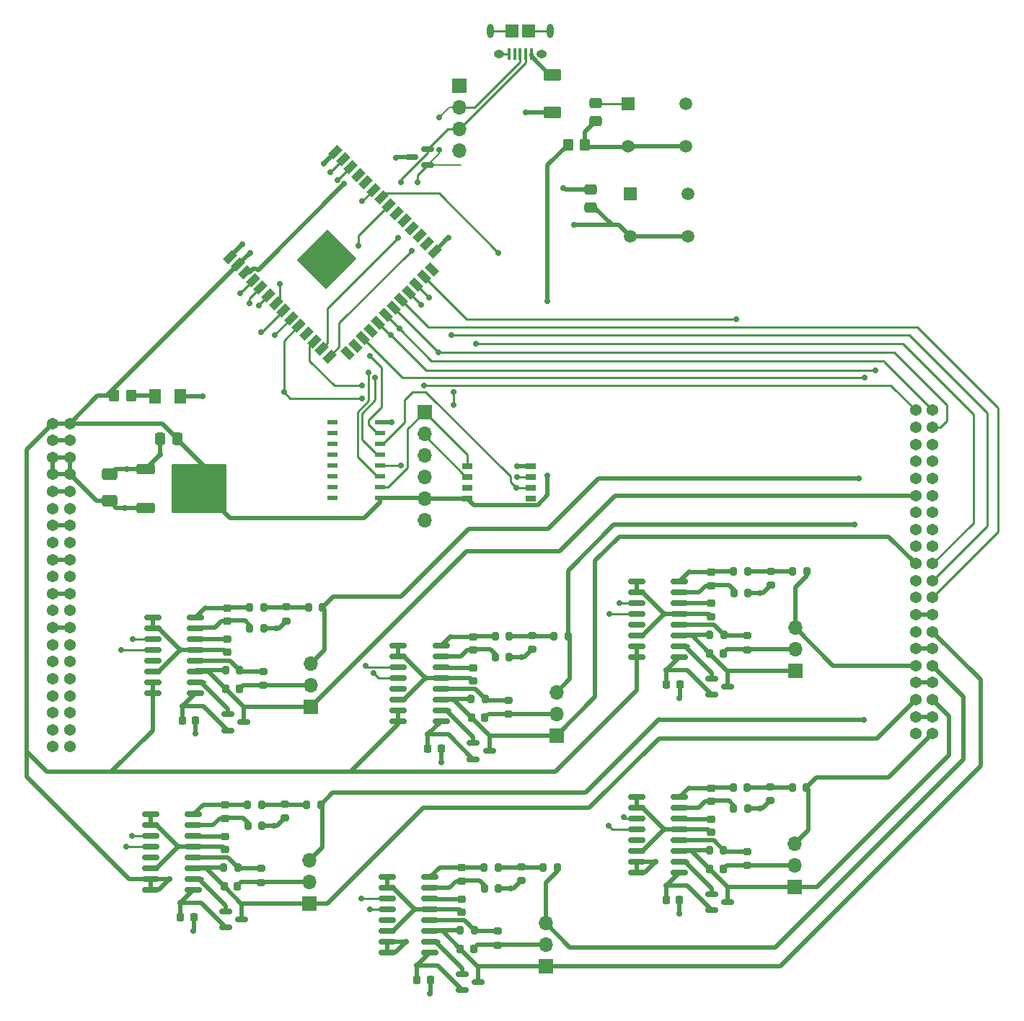
<source format=gbr>
%TF.GenerationSoftware,KiCad,Pcbnew,7.0.7*%
%TF.CreationDate,2024-03-26T11:25:22-07:00*%
%TF.ProjectId,Core-board,436f7265-2d62-46f6-9172-642e6b696361,rev?*%
%TF.SameCoordinates,Original*%
%TF.FileFunction,Copper,L1,Top*%
%TF.FilePolarity,Positive*%
%FSLAX46Y46*%
G04 Gerber Fmt 4.6, Leading zero omitted, Abs format (unit mm)*
G04 Created by KiCad (PCBNEW 7.0.7) date 2024-03-26 11:25:22*
%MOMM*%
%LPD*%
G01*
G04 APERTURE LIST*
G04 Aperture macros list*
%AMRoundRect*
0 Rectangle with rounded corners*
0 $1 Rounding radius*
0 $2 $3 $4 $5 $6 $7 $8 $9 X,Y pos of 4 corners*
0 Add a 4 corners polygon primitive as box body*
4,1,4,$2,$3,$4,$5,$6,$7,$8,$9,$2,$3,0*
0 Add four circle primitives for the rounded corners*
1,1,$1+$1,$2,$3*
1,1,$1+$1,$4,$5*
1,1,$1+$1,$6,$7*
1,1,$1+$1,$8,$9*
0 Add four rect primitives between the rounded corners*
20,1,$1+$1,$2,$3,$4,$5,0*
20,1,$1+$1,$4,$5,$6,$7,0*
20,1,$1+$1,$6,$7,$8,$9,0*
20,1,$1+$1,$8,$9,$2,$3,0*%
%AMRotRect*
0 Rectangle, with rotation*
0 The origin of the aperture is its center*
0 $1 length*
0 $2 width*
0 $3 Rotation angle, in degrees counterclockwise*
0 Add horizontal line*
21,1,$1,$2,0,0,$3*%
G04 Aperture macros list end*
%TA.AperFunction,ComponentPad*%
%ADD10R,1.498000X1.498000*%
%TD*%
%TA.AperFunction,ComponentPad*%
%ADD11C,1.498000*%
%TD*%
%TA.AperFunction,SMDPad,CuDef*%
%ADD12R,1.500000X1.550000*%
%TD*%
%TA.AperFunction,ComponentPad*%
%ADD13O,0.775000X1.645000*%
%TD*%
%TA.AperFunction,SMDPad,CuDef*%
%ADD14R,0.400000X1.350000*%
%TD*%
%TA.AperFunction,ComponentPad*%
%ADD15O,1.250000X0.950000*%
%TD*%
%TA.AperFunction,SMDPad,CuDef*%
%ADD16RoundRect,0.250000X-0.800000X0.450000X-0.800000X-0.450000X0.800000X-0.450000X0.800000X0.450000X0*%
%TD*%
%TA.AperFunction,SMDPad,CuDef*%
%ADD17RoundRect,0.200000X0.275000X-0.200000X0.275000X0.200000X-0.275000X0.200000X-0.275000X-0.200000X0*%
%TD*%
%TA.AperFunction,SMDPad,CuDef*%
%ADD18RoundRect,0.200000X0.200000X0.275000X-0.200000X0.275000X-0.200000X-0.275000X0.200000X-0.275000X0*%
%TD*%
%TA.AperFunction,SMDPad,CuDef*%
%ADD19RoundRect,0.225000X0.250000X-0.225000X0.250000X0.225000X-0.250000X0.225000X-0.250000X-0.225000X0*%
%TD*%
%TA.AperFunction,SMDPad,CuDef*%
%ADD20RoundRect,0.150000X-0.587500X-0.150000X0.587500X-0.150000X0.587500X0.150000X-0.587500X0.150000X0*%
%TD*%
%TA.AperFunction,SMDPad,CuDef*%
%ADD21RoundRect,0.200000X-0.200000X-0.275000X0.200000X-0.275000X0.200000X0.275000X-0.200000X0.275000X0*%
%TD*%
%TA.AperFunction,SMDPad,CuDef*%
%ADD22RoundRect,0.250000X0.475000X-0.337500X0.475000X0.337500X-0.475000X0.337500X-0.475000X-0.337500X0*%
%TD*%
%TA.AperFunction,SMDPad,CuDef*%
%ADD23RoundRect,0.150000X0.587500X0.150000X-0.587500X0.150000X-0.587500X-0.150000X0.587500X-0.150000X0*%
%TD*%
%TA.AperFunction,ComponentPad*%
%ADD24R,1.700000X1.700000*%
%TD*%
%TA.AperFunction,ComponentPad*%
%ADD25O,1.700000X1.700000*%
%TD*%
%TA.AperFunction,SMDPad,CuDef*%
%ADD26RoundRect,0.250001X0.462499X0.624999X-0.462499X0.624999X-0.462499X-0.624999X0.462499X-0.624999X0*%
%TD*%
%TA.AperFunction,SMDPad,CuDef*%
%ADD27RoundRect,0.225000X0.225000X0.250000X-0.225000X0.250000X-0.225000X-0.250000X0.225000X-0.250000X0*%
%TD*%
%TA.AperFunction,SMDPad,CuDef*%
%ADD28RoundRect,0.150000X0.850000X0.150000X-0.850000X0.150000X-0.850000X-0.150000X0.850000X-0.150000X0*%
%TD*%
%TA.AperFunction,SMDPad,CuDef*%
%ADD29RotRect,1.500000X0.900000X45.000000*%
%TD*%
%TA.AperFunction,SMDPad,CuDef*%
%ADD30RotRect,1.500000X0.900000X225.000000*%
%TD*%
%TA.AperFunction,SMDPad,CuDef*%
%ADD31RotRect,1.500000X0.900000X315.000000*%
%TD*%
%TA.AperFunction,HeatsinkPad*%
%ADD32C,0.700000*%
%TD*%
%TA.AperFunction,SMDPad,CuDef*%
%ADD33RotRect,4.830000X5.030000X315.000000*%
%TD*%
%TA.AperFunction,SMDPad,CuDef*%
%ADD34RoundRect,0.250000X0.337500X0.475000X-0.337500X0.475000X-0.337500X-0.475000X0.337500X-0.475000X0*%
%TD*%
%TA.AperFunction,SMDPad,CuDef*%
%ADD35RoundRect,0.250000X0.650000X-0.412500X0.650000X0.412500X-0.650000X0.412500X-0.650000X-0.412500X0*%
%TD*%
%TA.AperFunction,ComponentPad*%
%ADD36C,1.371600*%
%TD*%
%TA.AperFunction,SMDPad,CuDef*%
%ADD37RoundRect,0.049600X0.555400X0.260400X-0.555400X0.260400X-0.555400X-0.260400X0.555400X-0.260400X0*%
%TD*%
%TA.AperFunction,SMDPad,CuDef*%
%ADD38RoundRect,0.250000X-0.850000X-0.350000X0.850000X-0.350000X0.850000X0.350000X-0.850000X0.350000X0*%
%TD*%
%TA.AperFunction,SMDPad,CuDef*%
%ADD39RoundRect,0.250000X-1.275000X-1.125000X1.275000X-1.125000X1.275000X1.125000X-1.275000X1.125000X0*%
%TD*%
%TA.AperFunction,SMDPad,CuDef*%
%ADD40RoundRect,0.249997X-2.950003X-2.650003X2.950003X-2.650003X2.950003X2.650003X-2.950003X2.650003X0*%
%TD*%
%TA.AperFunction,SMDPad,CuDef*%
%ADD41RoundRect,0.250000X0.350000X0.450000X-0.350000X0.450000X-0.350000X-0.450000X0.350000X-0.450000X0*%
%TD*%
%TA.AperFunction,SMDPad,CuDef*%
%ADD42RoundRect,0.250000X-0.350000X-0.450000X0.350000X-0.450000X0.350000X0.450000X-0.350000X0.450000X0*%
%TD*%
%TA.AperFunction,SMDPad,CuDef*%
%ADD43R,1.200000X0.600000*%
%TD*%
%TA.AperFunction,ViaPad*%
%ADD44C,0.711200*%
%TD*%
%TA.AperFunction,Conductor*%
%ADD45C,0.508000*%
%TD*%
%TA.AperFunction,Conductor*%
%ADD46C,0.254000*%
%TD*%
%TA.AperFunction,Conductor*%
%ADD47C,0.200000*%
%TD*%
%TA.AperFunction,Conductor*%
%ADD48C,0.175006*%
%TD*%
G04 APERTURE END LIST*
D10*
%TO.P,SW2,1*%
%TO.N,GND*%
X146400000Y-46830000D03*
D11*
%TO.P,SW2,2*%
X153200000Y-46830000D03*
%TO.P,SW2,3*%
%TO.N,/ESP32-S3-WROOM-1-Breakout/BOOT*%
X146400000Y-51830000D03*
%TO.P,SW2,4*%
X153200000Y-51830000D03*
%TD*%
D10*
%TO.P,SW1,1*%
%TO.N,GND*%
X146140000Y-36245000D03*
D11*
%TO.P,SW1,2*%
X152940000Y-36245000D03*
%TO.P,SW1,3*%
%TO.N,/ESP32-S3-WROOM-1-Breakout/EN*%
X146140000Y-41245000D03*
%TO.P,SW1,4*%
X152940000Y-41245000D03*
%TD*%
D12*
%TO.P,J11,S3,SHIELD__2*%
%TO.N,GND*%
X134515000Y-27700000D03*
%TO.P,J11,S4,SHIELD__3*%
X132515000Y-27700000D03*
D13*
%TO.P,J11,S2,SHIELD__1*%
X137015000Y-27700000D03*
D14*
%TO.P,J11,3,D+*%
%TO.N,/ESP32-S3-WROOM-1-Breakout/USB_D+*%
X133515000Y-30375000D03*
%TO.P,J11,4,ID*%
%TO.N,unconnected-(J11-ID-Pad4)*%
X132865000Y-30375000D03*
%TO.P,J11,5,GND*%
%TO.N,GND*%
X132215000Y-30375000D03*
%TO.P,J11,2,D-*%
%TO.N,/ESP32-S3-WROOM-1-Breakout/USB_D-*%
X134165000Y-30375000D03*
%TO.P,J11,1,VBUS*%
%TO.N,Net-(D2-K)*%
X134815000Y-30375000D03*
D15*
%TO.P,J11,S6,SHIELD__5*%
%TO.N,GND*%
X131015000Y-30400000D03*
%TO.P,J11,S1,SHIELD*%
X136015000Y-30400000D03*
D13*
%TO.P,J11,S5,SHIELD__4*%
X130015000Y-27700000D03*
%TD*%
D16*
%TO.P,D2,1,K*%
%TO.N,Net-(D2-K)*%
X137325000Y-32825000D03*
%TO.P,D2,2,A*%
%TO.N,+5V*%
X137325000Y-37225000D03*
%TD*%
D17*
%TO.P,R44,1*%
%TO.N,GND*%
X133615000Y-127525000D03*
%TO.P,R44,2*%
%TO.N,Net-(R27-Pad2)*%
X133615000Y-125875000D03*
%TD*%
D18*
%TO.P,R47,1*%
%TO.N,/HX2_A+*%
X139132500Y-98795000D03*
%TO.P,R47,2*%
%TO.N,Net-(R35-Pad2)*%
X137482500Y-98795000D03*
%TD*%
D19*
%TO.P,C19,1*%
%TO.N,Net-(U5-INA-)*%
X126640000Y-127575000D03*
%TO.P,C19,2*%
%TO.N,Net-(U5-INA+)*%
X126640000Y-126025000D03*
%TD*%
D20*
%TO.P,Q5,1,B*%
%TO.N,Net-(Q5-B)*%
X156010000Y-103785000D03*
%TO.P,Q5,2,E*%
%TO.N,+5V*%
X156010000Y-105685000D03*
%TO.P,Q5,3,C*%
%TO.N,/HX3_E+*%
X157885000Y-104735000D03*
%TD*%
D17*
%TO.P,R38,1*%
%TO.N,GND*%
X132132500Y-107965000D03*
%TO.P,R38,2*%
%TO.N,Net-(U2-VFB)*%
X132132500Y-106315000D03*
%TD*%
D19*
%TO.P,C20,1*%
%TO.N,GND*%
X126640000Y-131225000D03*
%TO.P,C20,2*%
%TO.N,Net-(U5-VBG)*%
X126640000Y-129675000D03*
%TD*%
D20*
%TO.P,Q1,1,B*%
%TO.N,Net-(Q1-B)*%
X155990000Y-129125000D03*
%TO.P,Q1,2,E*%
%TO.N,+5V*%
X155990000Y-131025000D03*
%TO.P,Q1,3,C*%
%TO.N,/HX6_E+*%
X157865000Y-130075000D03*
%TD*%
D21*
%TO.P,R27,1*%
%TO.N,Net-(U5-INA+)*%
X129265000Y-125950000D03*
%TO.P,R27,2*%
%TO.N,Net-(R27-Pad2)*%
X130915000Y-125950000D03*
%TD*%
%TO.P,R31,1*%
%TO.N,Net-(U3-INA+)*%
X158560000Y-91225000D03*
%TO.P,R31,2*%
%TO.N,Net-(R31-Pad2)*%
X160210000Y-91225000D03*
%TD*%
D20*
%TO.P,Q2,1,B*%
%TO.N,Net-(Q2-B)*%
X99182500Y-107977000D03*
%TO.P,Q2,2,E*%
%TO.N,+5V*%
X99182500Y-109877000D03*
%TO.P,Q2,3,C*%
%TO.N,/HX1_E+*%
X101057500Y-108927000D03*
%TD*%
D18*
%TO.P,R39,1*%
%TO.N,/HX6_A+*%
X167115000Y-116570000D03*
%TO.P,R39,2*%
%TO.N,Net-(R13-Pad2)*%
X165465000Y-116570000D03*
%TD*%
D21*
%TO.P,R24,1*%
%TO.N,Net-(U4-INA-)*%
X101525000Y-121090000D03*
%TO.P,R24,2*%
%TO.N,GND*%
X103175000Y-121090000D03*
%TD*%
D19*
%TO.P,C27,1*%
%TO.N,Net-(U2-INA-)*%
X127932500Y-100415000D03*
%TO.P,C27,2*%
%TO.N,Net-(U2-INA+)*%
X127932500Y-98865000D03*
%TD*%
D18*
%TO.P,R37,1*%
%TO.N,Net-(U2-VFB)*%
X129407500Y-106190000D03*
%TO.P,R37,2*%
%TO.N,/HX2_E+*%
X127757500Y-106190000D03*
%TD*%
D21*
%TO.P,R23,1*%
%TO.N,Net-(U4-INA+)*%
X101500000Y-118590000D03*
%TO.P,R23,2*%
%TO.N,Net-(R23-Pad2)*%
X103150000Y-118590000D03*
%TD*%
D22*
%TO.P,C9,1*%
%TO.N,GND*%
X141770000Y-46347500D03*
%TO.P,C9,2*%
%TO.N,/ESP32-S3-WROOM-1-Breakout/BOOT*%
X141770000Y-48422500D03*
%TD*%
D23*
%TO.P,D1,1,K*%
%TO.N,/ESP32-S3-WROOM-1-Breakout/USB_D+*%
X122637500Y-43450000D03*
%TO.P,D1,2,K*%
%TO.N,/ESP32-S3-WROOM-1-Breakout/USB_D-*%
X122637500Y-41550000D03*
%TO.P,D1,3,A*%
%TO.N,GND*%
X120762500Y-42500000D03*
%TD*%
D24*
%TO.P,J9,1,Pin_1*%
%TO.N,/HX2_E+*%
X137782500Y-110465000D03*
D25*
%TO.P,J9,2,Pin_2*%
%TO.N,GND*%
X137782500Y-107925000D03*
%TO.P,J9,3,Pin_3*%
%TO.N,/HX2_A+*%
X137782500Y-105385000D03*
%TD*%
D26*
%TO.P,D3,1,K*%
%TO.N,GND*%
X93600000Y-70600000D03*
%TO.P,D3,2,A*%
%TO.N,Net-(D3-A)*%
X90625000Y-70600000D03*
%TD*%
D27*
%TO.P,C14,1*%
%TO.N,GND*%
X95175000Y-131850000D03*
%TO.P,C14,2*%
%TO.N,+5V*%
X93625000Y-131850000D03*
%TD*%
D17*
%TO.P,R42,1*%
%TO.N,GND*%
X105850000Y-120165000D03*
%TO.P,R42,2*%
%TO.N,Net-(R23-Pad2)*%
X105850000Y-118515000D03*
%TD*%
D28*
%TO.P,U4,1,VSUP*%
%TO.N,+5V*%
X95150000Y-128635000D03*
%TO.P,U4,2,BASE*%
%TO.N,Net-(Q3-B)*%
X95150000Y-127365000D03*
%TO.P,U4,3,AVDD*%
%TO.N,/HX4_E+*%
X95150000Y-126095000D03*
%TO.P,U4,4,VFB*%
%TO.N,Net-(U4-VFB)*%
X95150000Y-124825000D03*
%TO.P,U4,5,AGND*%
%TO.N,GND*%
X95150000Y-123555000D03*
%TO.P,U4,6,VBG*%
%TO.N,Net-(U4-VBG)*%
X95150000Y-122285000D03*
%TO.P,U4,7,INA-*%
%TO.N,Net-(U4-INA-)*%
X95150000Y-121015000D03*
%TO.P,U4,8,INA+*%
%TO.N,Net-(U4-INA+)*%
X95150000Y-119745000D03*
%TO.P,U4,9,INB-*%
%TO.N,GND*%
X90150000Y-119745000D03*
%TO.P,U4,10,INB+*%
X90150000Y-121015000D03*
%TO.P,U4,11,PD_SCK*%
%TO.N,/HX_CLK*%
X90150000Y-122285000D03*
%TO.P,U4,12,DOUT*%
%TO.N,/HX4_DT*%
X90150000Y-123555000D03*
%TO.P,U4,13,XO*%
%TO.N,unconnected-(U4-XO-Pad13)*%
X90150000Y-124825000D03*
%TO.P,U4,14,XI*%
%TO.N,GND*%
X90150000Y-126095000D03*
%TO.P,U4,15,RATE*%
%TO.N,+3.3V*%
X90150000Y-127365000D03*
%TO.P,U4,16,DVDD*%
X90150000Y-128635000D03*
%TD*%
D21*
%TO.P,R35,1*%
%TO.N,Net-(U2-INA+)*%
X130557500Y-98790000D03*
%TO.P,R35,2*%
%TO.N,Net-(R35-Pad2)*%
X132207500Y-98790000D03*
%TD*%
D29*
%TO.P,U10,1,GND*%
%TO.N,GND*%
X99434713Y-54267660D03*
%TO.P,U10,2,3V3*%
%TO.N,+3.3V*%
X100332739Y-55165685D03*
%TO.P,U10,3,EN*%
%TO.N,/ESP32-S3-WROOM-1-Breakout/EN*%
X101230764Y-56063711D03*
%TO.P,U10,4,IO4*%
%TO.N,/HX1_DT*%
X102128790Y-56961737D03*
%TO.P,U10,5,IO5*%
%TO.N,/HX2_DT*%
X103026815Y-57859762D03*
%TO.P,U10,6,IO6*%
%TO.N,/HX3_DT*%
X103924841Y-58757788D03*
%TO.P,U10,7,IO7*%
%TO.N,/HX4_DT*%
X104822867Y-59655813D03*
%TO.P,U10,8,IO15*%
%TO.N,/HX5_DT*%
X105720892Y-60553839D03*
%TO.P,U10,9,IO16*%
%TO.N,/HX6_DT*%
X106618918Y-61451865D03*
%TO.P,U10,10,IO17*%
%TO.N,/HX_CLK*%
X107516944Y-62349890D03*
%TO.P,U10,11,IO18*%
%TO.N,/ESP32-S3-WROOM-1-Breakout/IO18*%
X108414969Y-63247916D03*
%TO.P,U10,12,IO8*%
%TO.N,/I2C_SDA*%
X109312995Y-64145941D03*
%TO.P,U10,13,IO19*%
%TO.N,/ESP32-S3-WROOM-1-Breakout/USB_D-*%
X110211020Y-65043967D03*
D30*
%TO.P,U10,14,IO20*%
%TO.N,/ESP32-S3-WROOM-1-Breakout/USB_D+*%
X111109046Y-65941993D03*
D31*
%TO.P,U10,15,IO3*%
%TO.N,unconnected-(U10-IO3-Pad15)*%
X113240973Y-65577833D03*
%TO.P,U10,16,IO46*%
%TO.N,unconnected-(U10-IO46-Pad16)*%
X114138999Y-64679807D03*
%TO.P,U10,17,IO9*%
%TO.N,/I2C_SCL*%
X115037024Y-63781781D03*
%TO.P,U10,18,IO10*%
%TO.N,/ESP32-S3-WROOM-1-Breakout/IO10*%
X115935050Y-62883756D03*
%TO.P,U10,19,IO11*%
%TO.N,/SPI_MOSI*%
X116833075Y-61985730D03*
%TO.P,U10,20,IO12*%
%TO.N,/SPI_CLK*%
X117731101Y-61087705D03*
%TO.P,U10,21,IO13*%
%TO.N,/SPI_MISO*%
X118629127Y-60189679D03*
%TO.P,U10,22,IO14*%
%TO.N,/PYRO4EN*%
X119527152Y-59291653D03*
%TO.P,U10,23,IO21*%
%TO.N,/PYRO3EN*%
X120425178Y-58393628D03*
%TO.P,U10,24,IO47*%
%TO.N,/PYRO2EN*%
X121323203Y-57495602D03*
%TO.P,U10,25,IO48*%
%TO.N,/PYRO1EN*%
X122221229Y-56597577D03*
%TO.P,U10,26,IO45*%
%TO.N,unconnected-(U10-IO45-Pad26)*%
X123119255Y-55699551D03*
D29*
%TO.P,U10,27,IO0*%
%TO.N,/ESP32-S3-WROOM-1-Breakout/BOOT*%
X123483415Y-53567624D03*
%TO.P,U10,28,IO35*%
%TO.N,unconnected-(U10-IO35-Pad28)*%
X122585389Y-52669598D03*
%TO.P,U10,29,IO36*%
%TO.N,unconnected-(U10-IO36-Pad29)*%
X121687363Y-51771573D03*
%TO.P,U10,30,IO37*%
%TO.N,unconnected-(U10-IO37-Pad30)*%
X120789338Y-50873547D03*
%TO.P,U10,31,IO38*%
%TO.N,/ESP32-S3-WROOM-1-Breakout/IO38*%
X119891312Y-49975522D03*
%TO.P,U10,32,IO39*%
%TO.N,/ESP32-S3-WROOM-1-Breakout/IO39*%
X118993287Y-49077496D03*
%TO.P,U10,33,IO40*%
%TO.N,/SD_CS*%
X118095261Y-48179470D03*
%TO.P,U10,34,IO41*%
%TO.N,/TC4_CS*%
X117197235Y-47281445D03*
%TO.P,U10,35,IO42*%
%TO.N,/TC3_CS*%
X116299210Y-46383419D03*
%TO.P,U10,36,RXD0*%
%TO.N,unconnected-(U10-RXD0-Pad36)*%
X115401184Y-45485393D03*
%TO.P,U10,37,TXD0*%
%TO.N,unconnected-(U10-TXD0-Pad37)*%
X114503159Y-44587368D03*
%TO.P,U10,38,IO2*%
%TO.N,/TC2_CS*%
X113605133Y-43689342D03*
%TO.P,U10,39,IO1*%
%TO.N,/TC1_CS*%
X112707107Y-42791317D03*
%TO.P,U10,40,GND__1*%
%TO.N,GND*%
X111809082Y-41893291D03*
D32*
%TO.P,U10,41,GND__2*%
X108704883Y-55264680D03*
X109991817Y-56537472D03*
X108754380Y-53885822D03*
X110062528Y-55179827D03*
X111363604Y-56480904D03*
X110083741Y-53899964D03*
X111370675Y-55172756D03*
D33*
X110748421Y-54529289D03*
D32*
X110076670Y-52563532D03*
X111384818Y-53857538D03*
X112685894Y-55158614D03*
X111427244Y-52528177D03*
X112714178Y-53800969D03*
%TD*%
D19*
%TO.P,C4,1*%
%TO.N,GND*%
X155915000Y-121840000D03*
%TO.P,C4,2*%
%TO.N,Net-(U6-VBG)*%
X155915000Y-120290000D03*
%TD*%
D27*
%TO.P,C5,1*%
%TO.N,GND*%
X100507500Y-105017000D03*
%TO.P,C5,2*%
%TO.N,/HX1_E+*%
X98957500Y-105017000D03*
%TD*%
%TO.P,C25,1*%
%TO.N,GND*%
X129332500Y-108390000D03*
%TO.P,C25,2*%
%TO.N,/HX2_E+*%
X127782500Y-108390000D03*
%TD*%
%TO.P,C22,1*%
%TO.N,GND*%
X152235000Y-104485000D03*
%TO.P,C22,2*%
%TO.N,+5V*%
X150685000Y-104485000D03*
%TD*%
%TO.P,C6,1*%
%TO.N,GND*%
X95407500Y-108677000D03*
%TO.P,C6,2*%
%TO.N,+5V*%
X93857500Y-108677000D03*
%TD*%
D34*
%TO.P,C12,1*%
%TO.N,+3.3V*%
X93287500Y-75600000D03*
%TO.P,C12,2*%
%TO.N,GND*%
X91212500Y-75600000D03*
%TD*%
D27*
%TO.P,C17,1*%
%TO.N,GND*%
X128040000Y-135550000D03*
%TO.P,C17,2*%
%TO.N,/HX5_E+*%
X126490000Y-135550000D03*
%TD*%
D19*
%TO.P,C23,1*%
%TO.N,Net-(U3-INA-)*%
X155935000Y-92850000D03*
%TO.P,C23,2*%
%TO.N,Net-(U3-INA+)*%
X155935000Y-91300000D03*
%TD*%
D35*
%TO.P,C11,1*%
%TO.N,+5V*%
X85300000Y-82912500D03*
%TO.P,C11,2*%
%TO.N,GND*%
X85300000Y-79787500D03*
%TD*%
D21*
%TO.P,R28,1*%
%TO.N,Net-(U5-INA-)*%
X129290000Y-128450000D03*
%TO.P,R28,2*%
%TO.N,GND*%
X130940000Y-128450000D03*
%TD*%
D27*
%TO.P,C21,1*%
%TO.N,GND*%
X157335000Y-100825000D03*
%TO.P,C21,2*%
%TO.N,/HX3_E+*%
X155785000Y-100825000D03*
%TD*%
D22*
%TO.P,C10,1*%
%TO.N,GND*%
X142405000Y-36187500D03*
%TO.P,C10,2*%
%TO.N,/ESP32-S3-WROOM-1-Breakout/EN*%
X142405000Y-38262500D03*
%TD*%
D18*
%TO.P,R1,1*%
%TO.N,/HX1_A+*%
X110307500Y-95422000D03*
%TO.P,R1,2*%
%TO.N,Net-(R1-Pad2)*%
X108657500Y-95422000D03*
%TD*%
%TO.P,R33,1*%
%TO.N,Net-(U3-VFB)*%
X157410000Y-98625000D03*
%TO.P,R33,2*%
%TO.N,/HX3_E+*%
X155760000Y-98625000D03*
%TD*%
D24*
%TO.P,J8,1,Pin_1*%
%TO.N,/HX3_E+*%
X165785000Y-102900000D03*
D25*
%TO.P,J8,2,Pin_2*%
%TO.N,GND*%
X165785000Y-100360000D03*
%TO.P,J8,3,Pin_3*%
%TO.N,/HX3_A+*%
X165785000Y-97820000D03*
%TD*%
D36*
%TO.P,J1,A1,Pin_1*%
%TO.N,+3.3V*%
X78650000Y-73800000D03*
%TO.P,J1,A2,Pin_2*%
X80650000Y-73800000D03*
%TO.P,J1,A3,Pin_3*%
%TO.N,GND*%
X78650000Y-75800000D03*
%TO.P,J1,A4,Pin_4*%
X80650000Y-75800000D03*
%TO.P,J1,A5,Pin_5*%
%TO.N,+5V*%
X78650000Y-77800000D03*
%TO.P,J1,A6,Pin_6*%
X80650000Y-77800000D03*
%TO.P,J1,A7,Pin_7*%
X78650000Y-79800000D03*
%TO.P,J1,A8,Pin_8*%
X80650000Y-79800000D03*
%TO.P,J1,A9,Pin_9*%
%TO.N,GND*%
X78650000Y-81800000D03*
%TO.P,J1,A10,Pin_10*%
X80650000Y-81800000D03*
%TO.P,J1,A11,Pin_11*%
%TO.N,unconnected-(J1A-Pin_11-PadA11)*%
X78650000Y-83800000D03*
%TO.P,J1,A12,Pin_12*%
%TO.N,unconnected-(J1A-Pin_12-PadA12)*%
X80650000Y-83800000D03*
%TO.P,J1,A13,Pin_13*%
%TO.N,GND*%
X78650000Y-85800000D03*
%TO.P,J1,A14,Pin_14*%
X80650000Y-85800000D03*
%TO.P,J1,A15,Pin_15*%
%TO.N,unconnected-(J1A-Pin_15-PadA15)*%
X78650000Y-87800000D03*
%TO.P,J1,A16,Pin_16*%
%TO.N,unconnected-(J1A-Pin_16-PadA16)*%
X80650000Y-87800000D03*
%TO.P,J1,A17,Pin_17*%
%TO.N,GND*%
X78650000Y-89800000D03*
%TO.P,J1,A18,Pin_18*%
X80650000Y-89800000D03*
%TO.P,J1,A19,Pin_19*%
%TO.N,unconnected-(J1A-Pin_19-PadA19)*%
X78650000Y-91800000D03*
%TO.P,J1,A20,Pin_20*%
%TO.N,unconnected-(J1A-Pin_20-PadA20)*%
X80650000Y-91800000D03*
%TO.P,J1,A21,Pin_21*%
%TO.N,GND*%
X78650000Y-93800000D03*
%TO.P,J1,A22,Pin_22*%
X80650000Y-93800000D03*
%TO.P,J1,A23,Pin_23*%
%TO.N,unconnected-(J1A-Pin_23-PadA23)*%
X78650000Y-95800000D03*
%TO.P,J1,A24,Pin_24*%
%TO.N,unconnected-(J1A-Pin_24-PadA24)*%
X80650000Y-95800000D03*
%TO.P,J1,A25,Pin_25*%
%TO.N,GND*%
X78650000Y-97800000D03*
%TO.P,J1,A26,Pin_26*%
X80650000Y-97800000D03*
%TO.P,J1,A27,Pin_27*%
%TO.N,unconnected-(J1A-Pin_27-PadA27)*%
X78650000Y-99800000D03*
%TO.P,J1,A28,Pin_28*%
%TO.N,unconnected-(J1A-Pin_28-PadA28)*%
X80650000Y-99800000D03*
%TO.P,J1,A29,Pin_29*%
%TO.N,unconnected-(J1A-Pin_29-PadA29)*%
X78650000Y-101800000D03*
%TO.P,J1,A30,Pin_30*%
%TO.N,unconnected-(J1A-Pin_30-PadA30)*%
X80650000Y-101800000D03*
%TO.P,J1,A31,Pin_31*%
%TO.N,unconnected-(J1A-Pin_31-PadA31)*%
X78650000Y-103800000D03*
%TO.P,J1,A32,Pin_32*%
%TO.N,unconnected-(J1A-Pin_32-PadA32)*%
X80650000Y-103800000D03*
%TO.P,J1,A33,Pin_33*%
%TO.N,unconnected-(J1A-Pin_33-PadA33)*%
X78650000Y-105799900D03*
%TO.P,J1,A34,Pin_34*%
%TO.N,unconnected-(J1A-Pin_34-PadA34)*%
X80650000Y-105799900D03*
%TO.P,J1,A35,Pin_35*%
%TO.N,unconnected-(J1A-Pin_35-PadA35)*%
X78650000Y-107799900D03*
%TO.P,J1,A36,Pin_36*%
%TO.N,unconnected-(J1A-Pin_36-PadA36)*%
X80650000Y-107799900D03*
%TO.P,J1,A37,Pin_37*%
%TO.N,unconnected-(J1A-Pin_37-PadA37)*%
X78650000Y-109799900D03*
%TO.P,J1,A38,Pin_38*%
%TO.N,unconnected-(J1A-Pin_38-PadA38)*%
X80650000Y-109799900D03*
%TO.P,J1,A39,Pin_39*%
%TO.N,unconnected-(J1A-Pin_39-PadA39)*%
X78650000Y-111799900D03*
%TO.P,J1,A40,Pin_40*%
%TO.N,unconnected-(J1A-Pin_40-PadA40)*%
X80650000Y-111799900D03*
%TO.P,J1,B1,Pin_1*%
%TO.N,/I2C_SDA*%
X179920000Y-72263169D03*
%TO.P,J1,B2,Pin_2*%
%TO.N,/SPI_CLK*%
X181920000Y-72263169D03*
%TO.P,J1,B3,Pin_3*%
%TO.N,/I2C_SCL*%
X179920000Y-74263169D03*
%TO.P,J1,B4,Pin_4*%
%TO.N,/SPI_MISO*%
X181920000Y-74263169D03*
%TO.P,J1,B5,Pin_5*%
%TO.N,GND*%
X179920000Y-76263169D03*
%TO.P,J1,B6,Pin_6*%
%TO.N,/SPI_MOSI*%
X181920000Y-76263169D03*
%TO.P,J1,B7,Pin_7*%
%TO.N,/PYRO1EN*%
X179920000Y-78263169D03*
%TO.P,J1,B8,Pin_8*%
%TO.N,GND*%
X181920000Y-78263169D03*
%TO.P,J1,B9,Pin_9*%
X179920000Y-80263069D03*
%TO.P,J1,B10,Pin_10*%
%TO.N,/TC1_CS*%
X181920000Y-80263069D03*
%TO.P,J1,B11,Pin_11*%
%TO.N,/HX1_E+*%
X179920000Y-82263069D03*
%TO.P,J1,B12,Pin_12*%
%TO.N,/TC2_CS*%
X181920000Y-82263069D03*
%TO.P,J1,B13,Pin_13*%
%TO.N,GND*%
X179920000Y-84263069D03*
%TO.P,J1,B14,Pin_14*%
%TO.N,/TC3_CS*%
X181920000Y-84263069D03*
%TO.P,J1,B15,Pin_15*%
%TO.N,/HX1_A+*%
X179920000Y-86263069D03*
%TO.P,J1,B16,Pin_16*%
%TO.N,/TC4_CS*%
X181920000Y-86263069D03*
%TO.P,J1,B17,Pin_17*%
%TO.N,GND*%
X179920000Y-88263069D03*
%TO.P,J1,B18,Pin_18*%
X181920000Y-88263069D03*
%TO.P,J1,B19,Pin_19*%
%TO.N,/HX2_E+*%
X179920000Y-90263069D03*
%TO.P,J1,B20,Pin_20*%
%TO.N,/PYRO2EN*%
X181920000Y-90263069D03*
%TO.P,J1,B21,Pin_21*%
%TO.N,GND*%
X179920000Y-92263069D03*
%TO.P,J1,B22,Pin_22*%
%TO.N,/PYRO3EN*%
X181920000Y-92263069D03*
%TO.P,J1,B23,Pin_23*%
%TO.N,/HX2_A+*%
X179920000Y-94263069D03*
%TO.P,J1,B24,Pin_24*%
%TO.N,/PYRO4EN*%
X181920000Y-94263069D03*
%TO.P,J1,B25,Pin_25*%
%TO.N,GND*%
X179920000Y-96263069D03*
%TO.P,J1,B26,Pin_26*%
X181920000Y-96263069D03*
%TO.P,J1,B27,Pin_27*%
%TO.N,/HX3_E+*%
X179920000Y-98263069D03*
%TO.P,J1,B28,Pin_28*%
%TO.N,/HX5_E+*%
X181920000Y-98263069D03*
%TO.P,J1,B29,Pin_29*%
%TO.N,GND*%
X179920000Y-100263069D03*
%TO.P,J1,B30,Pin_30*%
X181920000Y-100263069D03*
%TO.P,J1,B31,Pin_31*%
%TO.N,/HX3_A+*%
X179920000Y-102263069D03*
%TO.P,J1,B32,Pin_32*%
%TO.N,/HX5_A+*%
X181920000Y-102263069D03*
%TO.P,J1,B33,Pin_33*%
%TO.N,GND*%
X179920000Y-104263069D03*
%TO.P,J1,B34,Pin_34*%
X181920000Y-104263069D03*
%TO.P,J1,B35,Pin_35*%
%TO.N,/HX4_E+*%
X179920000Y-106263069D03*
%TO.P,J1,B36,Pin_36*%
%TO.N,/HX6_E+*%
X181920000Y-106263069D03*
%TO.P,J1,B37,Pin_37*%
%TO.N,GND*%
X179920000Y-108263069D03*
%TO.P,J1,B38,Pin_38*%
X181920000Y-108263069D03*
%TO.P,J1,B39,Pin_39*%
%TO.N,/HX4_A+*%
X179920000Y-110263069D03*
%TO.P,J1,B40,Pin_40*%
%TO.N,/HX6_A+*%
X181920000Y-110263069D03*
%TD*%
D17*
%TO.P,R30,1*%
%TO.N,GND*%
X130840000Y-135125000D03*
%TO.P,R30,2*%
%TO.N,Net-(U5-VFB)*%
X130840000Y-133475000D03*
%TD*%
D19*
%TO.P,C15,1*%
%TO.N,Net-(U4-INA-)*%
X98875000Y-120215000D03*
%TO.P,C15,2*%
%TO.N,Net-(U4-INA+)*%
X98875000Y-118665000D03*
%TD*%
%TO.P,C28,1*%
%TO.N,GND*%
X127932500Y-104065000D03*
%TO.P,C28,2*%
%TO.N,Net-(U2-VBG)*%
X127932500Y-102515000D03*
%TD*%
D27*
%TO.P,C26,1*%
%TO.N,GND*%
X124232500Y-112050000D03*
%TO.P,C26,2*%
%TO.N,+5V*%
X122682500Y-112050000D03*
%TD*%
D17*
%TO.P,R16,1*%
%TO.N,GND*%
X160115000Y-125740000D03*
%TO.P,R16,2*%
%TO.N,Net-(U6-VFB)*%
X160115000Y-124090000D03*
%TD*%
D18*
%TO.P,R25,1*%
%TO.N,Net-(U4-VFB)*%
X100350000Y-125990000D03*
%TO.P,R25,2*%
%TO.N,/HX4_E+*%
X98700000Y-125990000D03*
%TD*%
D24*
%TO.P,J5,1,Pin_1*%
%TO.N,/HX1_E+*%
X108957500Y-107092000D03*
D25*
%TO.P,J5,2,Pin_2*%
%TO.N,GND*%
X108957500Y-104552000D03*
%TO.P,J5,3,Pin_3*%
%TO.N,/HX1_A+*%
X108957500Y-102012000D03*
%TD*%
D27*
%TO.P,C2,1*%
%TO.N,GND*%
X152215000Y-129825000D03*
%TO.P,C2,2*%
%TO.N,+5V*%
X150665000Y-129825000D03*
%TD*%
D20*
%TO.P,Q3,1,B*%
%TO.N,Net-(Q3-B)*%
X98950000Y-131150000D03*
%TO.P,Q3,2,E*%
%TO.N,+5V*%
X98950000Y-133050000D03*
%TO.P,Q3,3,C*%
%TO.N,/HX4_E+*%
X100825000Y-132100000D03*
%TD*%
D28*
%TO.P,U5,1,VSUP*%
%TO.N,+5V*%
X122915000Y-135995000D03*
%TO.P,U5,2,BASE*%
%TO.N,Net-(Q4-B)*%
X122915000Y-134725000D03*
%TO.P,U5,3,AVDD*%
%TO.N,/HX5_E+*%
X122915000Y-133455000D03*
%TO.P,U5,4,VFB*%
%TO.N,Net-(U5-VFB)*%
X122915000Y-132185000D03*
%TO.P,U5,5,AGND*%
%TO.N,GND*%
X122915000Y-130915000D03*
%TO.P,U5,6,VBG*%
%TO.N,Net-(U5-VBG)*%
X122915000Y-129645000D03*
%TO.P,U5,7,INA-*%
%TO.N,Net-(U5-INA-)*%
X122915000Y-128375000D03*
%TO.P,U5,8,INA+*%
%TO.N,Net-(U5-INA+)*%
X122915000Y-127105000D03*
%TO.P,U5,9,INB-*%
%TO.N,GND*%
X117915000Y-127105000D03*
%TO.P,U5,10,INB+*%
X117915000Y-128375000D03*
%TO.P,U5,11,PD_SCK*%
%TO.N,/HX_CLK*%
X117915000Y-129645000D03*
%TO.P,U5,12,DOUT*%
%TO.N,/HX5_DT*%
X117915000Y-130915000D03*
%TO.P,U5,13,XO*%
%TO.N,unconnected-(U5-XO-Pad13)*%
X117915000Y-132185000D03*
%TO.P,U5,14,XI*%
%TO.N,GND*%
X117915000Y-133455000D03*
%TO.P,U5,15,RATE*%
%TO.N,+3.3V*%
X117915000Y-134725000D03*
%TO.P,U5,16,DVDD*%
X117915000Y-135995000D03*
%TD*%
D18*
%TO.P,R15,1*%
%TO.N,Net-(U6-VFB)*%
X157390000Y-123965000D03*
%TO.P,R15,2*%
%TO.N,/HX6_E+*%
X155740000Y-123965000D03*
%TD*%
D21*
%TO.P,R36,1*%
%TO.N,Net-(U2-INA-)*%
X130582500Y-101290000D03*
%TO.P,R36,2*%
%TO.N,GND*%
X132232500Y-101290000D03*
%TD*%
D28*
%TO.P,U2,1,VSUP*%
%TO.N,+5V*%
X124207500Y-108835000D03*
%TO.P,U2,2,BASE*%
%TO.N,Net-(Q6-B)*%
X124207500Y-107565000D03*
%TO.P,U2,3,AVDD*%
%TO.N,/HX2_E+*%
X124207500Y-106295000D03*
%TO.P,U2,4,VFB*%
%TO.N,Net-(U2-VFB)*%
X124207500Y-105025000D03*
%TO.P,U2,5,AGND*%
%TO.N,GND*%
X124207500Y-103755000D03*
%TO.P,U2,6,VBG*%
%TO.N,Net-(U2-VBG)*%
X124207500Y-102485000D03*
%TO.P,U2,7,INA-*%
%TO.N,Net-(U2-INA-)*%
X124207500Y-101215000D03*
%TO.P,U2,8,INA+*%
%TO.N,Net-(U2-INA+)*%
X124207500Y-99945000D03*
%TO.P,U2,9,INB-*%
%TO.N,GND*%
X119207500Y-99945000D03*
%TO.P,U2,10,INB+*%
X119207500Y-101215000D03*
%TO.P,U2,11,PD_SCK*%
%TO.N,/HX_CLK*%
X119207500Y-102485000D03*
%TO.P,U2,12,DOUT*%
%TO.N,/HX2_DT*%
X119207500Y-103755000D03*
%TO.P,U2,13,XO*%
%TO.N,unconnected-(U2-XO-Pad13)*%
X119207500Y-105025000D03*
%TO.P,U2,14,XI*%
%TO.N,GND*%
X119207500Y-106295000D03*
%TO.P,U2,15,RATE*%
%TO.N,+3.3V*%
X119207500Y-107565000D03*
%TO.P,U2,16,DVDD*%
X119207500Y-108835000D03*
%TD*%
D27*
%TO.P,C18,1*%
%TO.N,GND*%
X122940000Y-139210000D03*
%TO.P,C18,2*%
%TO.N,+5V*%
X121390000Y-139210000D03*
%TD*%
D18*
%TO.P,R29,1*%
%TO.N,Net-(U5-VFB)*%
X128115000Y-133350000D03*
%TO.P,R29,2*%
%TO.N,/HX5_E+*%
X126465000Y-133350000D03*
%TD*%
D21*
%TO.P,R13,1*%
%TO.N,Net-(U6-INA+)*%
X158540000Y-116565000D03*
%TO.P,R13,2*%
%TO.N,Net-(R13-Pad2)*%
X160190000Y-116565000D03*
%TD*%
D24*
%TO.P,J7,1,Pin_1*%
%TO.N,/HX5_E+*%
X136490000Y-137625000D03*
D25*
%TO.P,J7,2,Pin_2*%
%TO.N,GND*%
X136490000Y-135085000D03*
%TO.P,J7,3,Pin_3*%
%TO.N,/HX5_A+*%
X136490000Y-132545000D03*
%TD*%
D24*
%TO.P,J4,1,Pin_1*%
%TO.N,/SPI_MOSI_BUF*%
X122300000Y-72450000D03*
D25*
%TO.P,J4,2,Pin_2*%
%TO.N,/SPI_MISO*%
X122300000Y-74990000D03*
%TO.P,J4,3,Pin_3*%
%TO.N,/SPI_CLK_BUF*%
X122300000Y-77530000D03*
%TO.P,J4,4,Pin_4*%
%TO.N,/SD_CS_BUF*%
X122300000Y-80070000D03*
%TO.P,J4,5,Pin_5*%
%TO.N,+3.3V*%
X122300000Y-82610000D03*
%TO.P,J4,6,Pin_6*%
%TO.N,GND*%
X122300000Y-85150000D03*
%TD*%
D21*
%TO.P,R32,1*%
%TO.N,Net-(U3-INA-)*%
X158585000Y-93725000D03*
%TO.P,R32,2*%
%TO.N,GND*%
X160235000Y-93725000D03*
%TD*%
D17*
%TO.P,R20,1*%
%TO.N,GND*%
X103307500Y-104592000D03*
%TO.P,R20,2*%
%TO.N,Net-(U1-VFB)*%
X103307500Y-102942000D03*
%TD*%
%TO.P,R34,1*%
%TO.N,GND*%
X160135000Y-100400000D03*
%TO.P,R34,2*%
%TO.N,Net-(U3-VFB)*%
X160135000Y-98750000D03*
%TD*%
D19*
%TO.P,C7,1*%
%TO.N,Net-(U1-INA-)*%
X99107500Y-97042000D03*
%TO.P,C7,2*%
%TO.N,Net-(U1-INA+)*%
X99107500Y-95492000D03*
%TD*%
D17*
%TO.P,R26,1*%
%TO.N,GND*%
X103075000Y-127765000D03*
%TO.P,R26,2*%
%TO.N,Net-(U4-VFB)*%
X103075000Y-126115000D03*
%TD*%
D37*
%TO.P,U7,1,SD2/NC*%
%TO.N,unconnected-(U7-SD2{slash}NC-Pad1)*%
X134790000Y-82615000D03*
%TO.P,U7,2,SD3/~{CS}*%
%TO.N,/SD_CS_BUF*%
X134790000Y-81345000D03*
%TO.P,U7,3,CLK*%
%TO.N,/SPI_CLK_BUF*%
X134790000Y-80075000D03*
%TO.P,U7,4,VSS*%
%TO.N,GND*%
X134790000Y-78805000D03*
%TO.P,U7,5,CMD/DI*%
%TO.N,/SPI_MOSI_BUF*%
X127300000Y-78805000D03*
%TO.P,U7,6,SD0/DO*%
%TO.N,/SPI_MISO*%
X127300000Y-80075000D03*
%TO.P,U7,7,SD1/NC*%
%TO.N,unconnected-(U7-SD1{slash}NC-Pad7)*%
X127300000Y-81345000D03*
%TO.P,U7,8,VDD*%
%TO.N,+3.3V*%
X127300000Y-82615000D03*
%TD*%
D21*
%TO.P,R18,1*%
%TO.N,Net-(U1-INA-)*%
X101757500Y-97917000D03*
%TO.P,R18,2*%
%TO.N,GND*%
X103407500Y-97917000D03*
%TD*%
D24*
%TO.P,J2,1,Pin_1*%
%TO.N,/HX6_E+*%
X165765000Y-128240000D03*
D25*
%TO.P,J2,2,Pin_2*%
%TO.N,GND*%
X165765000Y-125700000D03*
%TO.P,J2,3,Pin_3*%
%TO.N,/HX6_A+*%
X165765000Y-123160000D03*
%TD*%
D18*
%TO.P,R41,1*%
%TO.N,/HX4_A+*%
X110075000Y-118595000D03*
%TO.P,R41,2*%
%TO.N,Net-(R23-Pad2)*%
X108425000Y-118595000D03*
%TD*%
D20*
%TO.P,Q6,1,B*%
%TO.N,Net-(Q6-B)*%
X128007500Y-111350000D03*
%TO.P,Q6,2,E*%
%TO.N,+5V*%
X128007500Y-113250000D03*
%TO.P,Q6,3,C*%
%TO.N,/HX2_E+*%
X129882500Y-112300000D03*
%TD*%
D17*
%TO.P,R46,1*%
%TO.N,GND*%
X162910000Y-92800000D03*
%TO.P,R46,2*%
%TO.N,Net-(R31-Pad2)*%
X162910000Y-91150000D03*
%TD*%
D38*
%TO.P,U9,1,GND*%
%TO.N,GND*%
X89525000Y-79145000D03*
D39*
%TO.P,U9,2,VO*%
%TO.N,+3.3V*%
X94150000Y-79900000D03*
X94150000Y-82950000D03*
D40*
X95825000Y-81425000D03*
D39*
X97500000Y-79900000D03*
X97500000Y-82950000D03*
D38*
%TO.P,U9,3,VI*%
%TO.N,+5V*%
X89525000Y-83705000D03*
%TD*%
D20*
%TO.P,Q4,1,B*%
%TO.N,Net-(Q4-B)*%
X126715000Y-138510000D03*
%TO.P,Q4,2,E*%
%TO.N,+5V*%
X126715000Y-140410000D03*
%TO.P,Q4,3,C*%
%TO.N,/HX5_E+*%
X128590000Y-139460000D03*
%TD*%
D24*
%TO.P,J3,1,Pin_1*%
%TO.N,+5V*%
X126400000Y-34120000D03*
D25*
%TO.P,J3,2,Pin_2*%
%TO.N,/ESP32-S3-WROOM-1-Breakout/USB_D+*%
X126400000Y-36660000D03*
%TO.P,J3,3,Pin_3*%
%TO.N,/ESP32-S3-WROOM-1-Breakout/USB_D-*%
X126400000Y-39200000D03*
%TO.P,J3,4,Pin_4*%
%TO.N,GND*%
X126400000Y-41740000D03*
%TD*%
D18*
%TO.P,R45,1*%
%TO.N,/HX3_A+*%
X167135000Y-91230000D03*
%TO.P,R45,2*%
%TO.N,Net-(R31-Pad2)*%
X165485000Y-91230000D03*
%TD*%
%TO.P,R19,1*%
%TO.N,Net-(U1-VFB)*%
X100582500Y-102817000D03*
%TO.P,R19,2*%
%TO.N,/HX1_E+*%
X98932500Y-102817000D03*
%TD*%
D21*
%TO.P,R14,1*%
%TO.N,Net-(U6-INA-)*%
X158565000Y-119065000D03*
%TO.P,R14,2*%
%TO.N,GND*%
X160215000Y-119065000D03*
%TD*%
D28*
%TO.P,U3,1,VSUP*%
%TO.N,+5V*%
X152210000Y-101270000D03*
%TO.P,U3,2,BASE*%
%TO.N,Net-(Q5-B)*%
X152210000Y-100000000D03*
%TO.P,U3,3,AVDD*%
%TO.N,/HX3_E+*%
X152210000Y-98730000D03*
%TO.P,U3,4,VFB*%
%TO.N,Net-(U3-VFB)*%
X152210000Y-97460000D03*
%TO.P,U3,5,AGND*%
%TO.N,GND*%
X152210000Y-96190000D03*
%TO.P,U3,6,VBG*%
%TO.N,Net-(U3-VBG)*%
X152210000Y-94920000D03*
%TO.P,U3,7,INA-*%
%TO.N,Net-(U3-INA-)*%
X152210000Y-93650000D03*
%TO.P,U3,8,INA+*%
%TO.N,Net-(U3-INA+)*%
X152210000Y-92380000D03*
%TO.P,U3,9,INB-*%
%TO.N,GND*%
X147210000Y-92380000D03*
%TO.P,U3,10,INB+*%
X147210000Y-93650000D03*
%TO.P,U3,11,PD_SCK*%
%TO.N,/HX_CLK*%
X147210000Y-94920000D03*
%TO.P,U3,12,DOUT*%
%TO.N,/HX3_DT*%
X147210000Y-96190000D03*
%TO.P,U3,13,XO*%
%TO.N,unconnected-(U3-XO-Pad13)*%
X147210000Y-97460000D03*
%TO.P,U3,14,XI*%
%TO.N,GND*%
X147210000Y-98730000D03*
%TO.P,U3,15,RATE*%
%TO.N,+3.3V*%
X147210000Y-100000000D03*
%TO.P,U3,16,DVDD*%
X147210000Y-101270000D03*
%TD*%
D17*
%TO.P,R4,1*%
%TO.N,GND*%
X106082500Y-96992000D03*
%TO.P,R4,2*%
%TO.N,Net-(R1-Pad2)*%
X106082500Y-95342000D03*
%TD*%
D28*
%TO.P,U6,1,VSUP*%
%TO.N,+5V*%
X152190000Y-126610000D03*
%TO.P,U6,2,BASE*%
%TO.N,Net-(Q1-B)*%
X152190000Y-125340000D03*
%TO.P,U6,3,AVDD*%
%TO.N,/HX6_E+*%
X152190000Y-124070000D03*
%TO.P,U6,4,VFB*%
%TO.N,Net-(U6-VFB)*%
X152190000Y-122800000D03*
%TO.P,U6,5,AGND*%
%TO.N,GND*%
X152190000Y-121530000D03*
%TO.P,U6,6,VBG*%
%TO.N,Net-(U6-VBG)*%
X152190000Y-120260000D03*
%TO.P,U6,7,INA-*%
%TO.N,Net-(U6-INA-)*%
X152190000Y-118990000D03*
%TO.P,U6,8,INA+*%
%TO.N,Net-(U6-INA+)*%
X152190000Y-117720000D03*
%TO.P,U6,9,INB-*%
%TO.N,GND*%
X147190000Y-117720000D03*
%TO.P,U6,10,INB+*%
X147190000Y-118990000D03*
%TO.P,U6,11,PD_SCK*%
%TO.N,/HX_CLK*%
X147190000Y-120260000D03*
%TO.P,U6,12,DOUT*%
%TO.N,/HX6_DT*%
X147190000Y-121530000D03*
%TO.P,U6,13,XO*%
%TO.N,unconnected-(U6-XO-Pad13)*%
X147190000Y-122800000D03*
%TO.P,U6,14,XI*%
%TO.N,GND*%
X147190000Y-124070000D03*
%TO.P,U6,15,RATE*%
%TO.N,+3.3V*%
X147190000Y-125340000D03*
%TO.P,U6,16,DVDD*%
X147190000Y-126610000D03*
%TD*%
D17*
%TO.P,R48,1*%
%TO.N,GND*%
X134907500Y-100365000D03*
%TO.P,R48,2*%
%TO.N,Net-(R35-Pad2)*%
X134907500Y-98715000D03*
%TD*%
D19*
%TO.P,C3,1*%
%TO.N,Net-(U6-INA-)*%
X155915000Y-118190000D03*
%TO.P,C3,2*%
%TO.N,Net-(U6-INA+)*%
X155915000Y-116640000D03*
%TD*%
D24*
%TO.P,J6,1,Pin_1*%
%TO.N,/HX4_E+*%
X108725000Y-130265000D03*
D25*
%TO.P,J6,2,Pin_2*%
%TO.N,GND*%
X108725000Y-127725000D03*
%TO.P,J6,3,Pin_3*%
%TO.N,/HX4_A+*%
X108725000Y-125185000D03*
%TD*%
D21*
%TO.P,R17,1*%
%TO.N,Net-(U1-INA+)*%
X101732500Y-95417000D03*
%TO.P,R17,2*%
%TO.N,Net-(R1-Pad2)*%
X103382500Y-95417000D03*
%TD*%
D19*
%TO.P,C24,1*%
%TO.N,GND*%
X155935000Y-96500000D03*
%TO.P,C24,2*%
%TO.N,Net-(U3-VBG)*%
X155935000Y-94950000D03*
%TD*%
D41*
%TO.P,R22,1*%
%TO.N,Net-(D3-A)*%
X87812500Y-70550000D03*
%TO.P,R22,2*%
%TO.N,+3.3V*%
X85812500Y-70550000D03*
%TD*%
D19*
%TO.P,C16,1*%
%TO.N,GND*%
X98875000Y-123865000D03*
%TO.P,C16,2*%
%TO.N,Net-(U4-VBG)*%
X98875000Y-122315000D03*
%TD*%
D27*
%TO.P,C1,1*%
%TO.N,GND*%
X157315000Y-126165000D03*
%TO.P,C1,2*%
%TO.N,/HX6_E+*%
X155765000Y-126165000D03*
%TD*%
D42*
%TO.P,R21,1*%
%TO.N,+3.3V*%
X139135000Y-41035000D03*
%TO.P,R21,2*%
%TO.N,/ESP32-S3-WROOM-1-Breakout/EN*%
X141135000Y-41035000D03*
%TD*%
D19*
%TO.P,C8,1*%
%TO.N,GND*%
X99107500Y-100692000D03*
%TO.P,C8,2*%
%TO.N,Net-(U1-VBG)*%
X99107500Y-99142000D03*
%TD*%
D28*
%TO.P,U1,1,VSUP*%
%TO.N,+5V*%
X95382500Y-105462000D03*
%TO.P,U1,2,BASE*%
%TO.N,Net-(Q2-B)*%
X95382500Y-104192000D03*
%TO.P,U1,3,AVDD*%
%TO.N,/HX1_E+*%
X95382500Y-102922000D03*
%TO.P,U1,4,VFB*%
%TO.N,Net-(U1-VFB)*%
X95382500Y-101652000D03*
%TO.P,U1,5,AGND*%
%TO.N,GND*%
X95382500Y-100382000D03*
%TO.P,U1,6,VBG*%
%TO.N,Net-(U1-VBG)*%
X95382500Y-99112000D03*
%TO.P,U1,7,INA-*%
%TO.N,Net-(U1-INA-)*%
X95382500Y-97842000D03*
%TO.P,U1,8,INA+*%
%TO.N,Net-(U1-INA+)*%
X95382500Y-96572000D03*
%TO.P,U1,9,INB-*%
%TO.N,GND*%
X90382500Y-96572000D03*
%TO.P,U1,10,INB+*%
X90382500Y-97842000D03*
%TO.P,U1,11,PD_SCK*%
%TO.N,/HX_CLK*%
X90382500Y-99112000D03*
%TO.P,U1,12,DOUT*%
%TO.N,/HX1_DT*%
X90382500Y-100382000D03*
%TO.P,U1,13,XO*%
%TO.N,unconnected-(U1-XO-Pad13)*%
X90382500Y-101652000D03*
%TO.P,U1,14,XI*%
%TO.N,GND*%
X90382500Y-102922000D03*
%TO.P,U1,15,RATE*%
%TO.N,+3.3V*%
X90382500Y-104192000D03*
%TO.P,U1,16,DVDD*%
X90382500Y-105462000D03*
%TD*%
D27*
%TO.P,C13,1*%
%TO.N,GND*%
X100275000Y-128190000D03*
%TO.P,C13,2*%
%TO.N,/HX4_E+*%
X98725000Y-128190000D03*
%TD*%
D43*
%TO.P,U8,1,VCC*%
%TO.N,+3.3V*%
X117050000Y-82585000D03*
%TO.P,U8,2,1Y*%
%TO.N,/SPI_MOSI_BUF*%
X117050000Y-81315000D03*
%TO.P,U8,3,1A*%
%TO.N,/SPI_MOSI*%
X117050000Y-80045000D03*
%TO.P,U8,4,2Y*%
%TO.N,/SPI_CLK_BUF*%
X117050000Y-78775000D03*
%TO.P,U8,5,2A*%
%TO.N,/SPI_CLK*%
X117050000Y-77505000D03*
%TO.P,U8,6,3Y*%
%TO.N,/SD_CS_BUF*%
X117050000Y-76235000D03*
%TO.P,U8,7,3A*%
%TO.N,/SD_CS*%
X117050000Y-74965000D03*
%TO.P,U8,8,GND*%
%TO.N,GND*%
X117050000Y-73695000D03*
%TO.P,U8,9,4A*%
%TO.N,unconnected-(U8-4A-Pad9)*%
X111450000Y-73695000D03*
%TO.P,U8,10,4Y*%
%TO.N,unconnected-(U8-4Y-Pad10)*%
X111450000Y-74965000D03*
%TO.P,U8,11,5A*%
%TO.N,unconnected-(U8-5A-Pad11)*%
X111450000Y-76235000D03*
%TO.P,U8,12,5Y*%
%TO.N,unconnected-(U8-5Y-Pad12)*%
X111450000Y-77505000D03*
%TO.P,U8,13,NC@1*%
%TO.N,unconnected-(U8-NC@1-Pad13)*%
X111450000Y-78775000D03*
%TO.P,U8,14,6A*%
%TO.N,unconnected-(U8-6A-Pad14)*%
X111450000Y-80045000D03*
%TO.P,U8,15,6Y*%
%TO.N,unconnected-(U8-6Y-Pad15)*%
X111450000Y-81315000D03*
%TO.P,U8,16,NC@2*%
%TO.N,unconnected-(U8-NC@2-Pad16)*%
X111450000Y-82585000D03*
%TD*%
D17*
%TO.P,R40,1*%
%TO.N,GND*%
X162890000Y-118140000D03*
%TO.P,R40,2*%
%TO.N,Net-(R13-Pad2)*%
X162890000Y-116490000D03*
%TD*%
D18*
%TO.P,R43,1*%
%TO.N,/HX5_A+*%
X137840000Y-125955000D03*
%TO.P,R43,2*%
%TO.N,Net-(R27-Pad2)*%
X136190000Y-125955000D03*
%TD*%
D44*
%TO.N,+5V*%
X134150000Y-37225000D03*
%TO.N,/ESP32-S3-WROOM-1-Breakout/USB_D+*%
X123990000Y-37860000D03*
X123990000Y-41670000D03*
%TO.N,GND*%
X118900000Y-42600000D03*
X91212500Y-77457500D03*
X161640000Y-119065000D03*
X133100000Y-78815000D03*
X150410553Y-96190000D03*
X96187500Y-70625000D03*
X152190000Y-131425000D03*
X122915000Y-140810000D03*
X93350553Y-123555000D03*
X95150000Y-133450000D03*
X121115553Y-130915000D03*
X124207500Y-113650000D03*
X133657500Y-101290000D03*
X110452373Y-43250000D03*
X152210000Y-106085000D03*
X104832500Y-97917000D03*
X132365000Y-128450000D03*
X87375000Y-79145000D03*
X95382500Y-110277000D03*
X138595000Y-46115000D03*
X100900000Y-52750000D03*
X150390553Y-121530000D03*
X104600000Y-121090000D03*
X93583053Y-100382000D03*
X161660000Y-93725000D03*
X118400000Y-73700000D03*
X122408053Y-103755000D03*
%TO.N,/ESP32-S3-WROOM-1-Breakout/BOOT*%
X139850000Y-50500000D03*
X125100000Y-52000000D03*
%TO.N,/ESP32-S3-WROOM-1-Breakout/EN*%
X112851847Y-45681765D03*
%TO.N,/ESP32-S3-WROOM-1-Breakout/USB_D+*%
X121450000Y-45480000D03*
X120750000Y-53500000D03*
%TO.N,/ESP32-S3-WROOM-1-Breakout/USB_D-*%
X119200000Y-51950000D03*
X119545000Y-45480000D03*
%TO.N,+5V*%
X93857500Y-106987000D03*
X150665000Y-128135000D03*
X87075000Y-83705000D03*
X150685000Y-102795000D03*
X121390000Y-137520000D03*
X93625000Y-130160000D03*
X122682500Y-110360000D03*
%TO.N,+3.3V*%
X136690000Y-59450000D03*
X149380000Y-125340000D03*
X120105000Y-134725000D03*
X136700000Y-79900000D03*
X92340000Y-127365000D03*
X101800000Y-53750000D03*
%TO.N,/I2C_SDA*%
X122250000Y-69350000D03*
X114900000Y-69350000D03*
%TO.N,/SPI_CLK*%
X119350000Y-62700000D03*
X116422700Y-68450000D03*
%TO.N,/I2C_SCL*%
X173950000Y-68450000D03*
%TO.N,/SPI_MISO*%
X125650000Y-70086100D03*
X125650000Y-71650000D03*
X123889448Y-65450000D03*
%TO.N,/SPI_MOSI*%
X175200000Y-67550000D03*
X118300000Y-63400000D03*
X115674936Y-67840493D03*
%TO.N,/PYRO1EN*%
X158900000Y-61550000D03*
%TO.N,/TC1_CS*%
X111248424Y-44250000D03*
%TO.N,/TC2_CS*%
X112050000Y-45250000D03*
%TO.N,/TC3_CS*%
X114950000Y-47700000D03*
%TO.N,/HX1_A+*%
X173250000Y-80300000D03*
%TO.N,/TC4_CS*%
X130975000Y-53735000D03*
%TO.N,/PYRO2EN*%
X122827601Y-59000000D03*
X128300000Y-64450000D03*
%TO.N,/PYRO3EN*%
X125431550Y-63400000D03*
X121900000Y-59850000D03*
%TO.N,/HX2_A+*%
X172800000Y-85700000D03*
%TO.N,/HX4_A+*%
X173850000Y-108650000D03*
%TO.N,/SPI_CLK_BUF*%
X119521998Y-78736998D03*
X133100000Y-80065000D03*
%TO.N,/SD_CS_BUF*%
X133020000Y-81345000D03*
%TO.N,/SD_CS*%
X115900000Y-65900000D03*
X114550000Y-52900000D03*
%TO.N,/HX_CLK*%
X87950000Y-122285000D03*
X88050000Y-99112000D03*
X145150000Y-94920000D03*
X115367900Y-102300000D03*
X145700000Y-120100000D03*
X105750000Y-70150000D03*
X114950000Y-70850000D03*
X114850000Y-129645000D03*
%TO.N,/HX6_DT*%
X104700000Y-63450000D03*
X143900000Y-121100000D03*
%TO.N,/HX1_DT*%
X86650000Y-100400000D03*
X100600000Y-58500000D03*
%TO.N,/HX2_DT*%
X101750000Y-59700000D03*
X116300000Y-103167100D03*
%TO.N,/HX3_DT*%
X144000000Y-96200000D03*
X102850000Y-59950000D03*
%TO.N,/HX4_DT*%
X87250000Y-123555000D03*
X105250000Y-57450000D03*
%TO.N,/HX5_DT*%
X115850000Y-130915000D03*
X103050000Y-63100000D03*
%TD*%
D45*
%TO.N,+3.3V*%
X136690000Y-59450000D02*
X136690000Y-43480000D01*
X136690000Y-43480000D02*
X139135000Y-41035000D01*
D46*
%TO.N,/TC4_CS*%
X130975000Y-53735000D02*
X123991115Y-46751115D01*
X123990000Y-46751115D02*
X117727565Y-46751115D01*
X123991115Y-46751115D02*
X123990000Y-46751115D01*
X117727565Y-46751115D02*
X117197235Y-47281445D01*
%TO.N,/ESP32-S3-WROOM-1-Breakout/USB_D+*%
X133515000Y-30375000D02*
X133515000Y-31304000D01*
X133515000Y-31304000D02*
X128159000Y-36660000D01*
X128159000Y-36660000D02*
X126400000Y-36660000D01*
%TO.N,/ESP32-S3-WROOM-1-Breakout/USB_D-*%
X126400000Y-39200000D02*
X134165000Y-31435000D01*
X134165000Y-31435000D02*
X134165000Y-30375000D01*
X122637500Y-41550000D02*
X124987500Y-39200000D01*
X124987500Y-39200000D02*
X126400000Y-39200000D01*
%TO.N,GND*%
X132515000Y-27700000D02*
X130015000Y-27700000D01*
X134515000Y-27700000D02*
X137015000Y-27700000D01*
X142405000Y-36187500D02*
X142462500Y-36245000D01*
X142462500Y-36245000D02*
X146140000Y-36245000D01*
X131015000Y-30400000D02*
X132190000Y-30400000D01*
X132190000Y-30400000D02*
X132215000Y-30375000D01*
D45*
%TO.N,Net-(D2-K)*%
X137325000Y-32825000D02*
X136976196Y-32825000D01*
X136976196Y-32825000D02*
X134819000Y-30667804D01*
X134819000Y-30667804D02*
X134819000Y-30375000D01*
%TO.N,+5V*%
X134150000Y-37225000D02*
X137325000Y-37225000D01*
D47*
%TO.N,/ESP32-S3-WROOM-1-Breakout/USB_D+*%
X126400000Y-36660000D02*
X125190000Y-36660000D01*
X123990000Y-42097500D02*
X122637500Y-43450000D01*
X125190000Y-36660000D02*
X123990000Y-37860000D01*
X123990000Y-41670000D02*
X123990000Y-42097500D01*
D45*
%TO.N,/ESP32-S3-WROOM-1-Breakout/BOOT*%
X146400000Y-51830000D02*
X153200000Y-51830000D01*
X144310000Y-50500000D02*
X145070000Y-50500000D01*
X145070000Y-50500000D02*
X146400000Y-51830000D01*
%TO.N,/ESP32-S3-WROOM-1-Breakout/EN*%
X146850000Y-41320000D02*
X146925000Y-41245000D01*
X146925000Y-41245000D02*
X152940000Y-41245000D01*
%TO.N,GND*%
X138827500Y-46347500D02*
X138595000Y-46115000D01*
X147870553Y-98730000D02*
X150410553Y-96190000D01*
X90810553Y-121015000D02*
X90150000Y-121015000D01*
X150390553Y-121530000D02*
X147850553Y-118990000D01*
X91212500Y-75600000D02*
X91212500Y-77457500D01*
X134790000Y-78805000D02*
X133110000Y-78805000D01*
X161985000Y-93725000D02*
X161660000Y-93725000D01*
X78650000Y-75800000D02*
X80650000Y-75800000D01*
X122940000Y-139210000D02*
X122940000Y-140785000D01*
X78650000Y-89800000D02*
X80650000Y-89800000D01*
X105157500Y-97917000D02*
X106082500Y-96992000D01*
X147190000Y-124070000D02*
X147850553Y-124070000D01*
X117050000Y-73695000D02*
X118395000Y-73695000D01*
X91212500Y-77457500D02*
X89525000Y-79145000D01*
X120762500Y-42500000D02*
X119000000Y-42500000D01*
X147210000Y-93650000D02*
X147210000Y-92380000D01*
X133982500Y-101290000D02*
X134907500Y-100365000D01*
X119000000Y-42500000D02*
X118900000Y-42600000D01*
X179920000Y-108263069D02*
X181920000Y-108263069D01*
X100740000Y-127725000D02*
X108725000Y-127725000D01*
X100507500Y-105017000D02*
X100972500Y-104552000D01*
X96162500Y-70600000D02*
X96187500Y-70625000D01*
X91043053Y-102922000D02*
X93583053Y-100382000D01*
X117915000Y-128375000D02*
X117915000Y-127105000D01*
X152210000Y-96190000D02*
X155625000Y-96190000D01*
X152235000Y-106060000D02*
X152210000Y-106085000D01*
X157335000Y-100825000D02*
X157800000Y-100360000D01*
X90150000Y-126095000D02*
X90810553Y-126095000D01*
X99434713Y-54267660D02*
X99434713Y-54215287D01*
X128505000Y-135085000D02*
X136490000Y-135085000D01*
X100275000Y-128190000D02*
X100740000Y-127725000D01*
X93600000Y-70600000D02*
X96162500Y-70600000D01*
X161985000Y-93725000D02*
X162910000Y-92800000D01*
X118395000Y-73695000D02*
X118400000Y-73700000D01*
X105157500Y-97917000D02*
X104832500Y-97917000D01*
X78650000Y-81800000D02*
X80650000Y-81800000D01*
X155605000Y-121530000D02*
X155915000Y-121840000D01*
X157780000Y-125700000D02*
X165765000Y-125700000D01*
X85942500Y-79145000D02*
X85300000Y-79787500D01*
X119207500Y-101215000D02*
X119207500Y-99945000D01*
X78650000Y-85800000D02*
X80650000Y-85800000D01*
X152235000Y-104485000D02*
X152235000Y-106060000D01*
X91043053Y-97842000D02*
X90382500Y-97842000D01*
X160215000Y-119065000D02*
X161640000Y-119065000D01*
X90150000Y-121015000D02*
X90150000Y-119745000D01*
X128040000Y-135550000D02*
X128505000Y-135085000D01*
X89525000Y-79145000D02*
X85942500Y-79145000D01*
X95382500Y-100382000D02*
X98797500Y-100382000D01*
X124232500Y-113625000D02*
X124207500Y-113650000D01*
X147870553Y-93650000D02*
X147210000Y-93650000D01*
X126330000Y-130915000D02*
X126640000Y-131225000D01*
X124207500Y-103755000D02*
X127622500Y-103755000D01*
X141770000Y-46347500D02*
X138827500Y-46347500D01*
X161965000Y-119065000D02*
X161640000Y-119065000D01*
X78650000Y-97800000D02*
X80650000Y-97800000D01*
X152215000Y-129825000D02*
X152215000Y-131400000D01*
X90382500Y-97842000D02*
X90382500Y-96572000D01*
X129332500Y-108390000D02*
X129797500Y-107925000D01*
X104925000Y-121090000D02*
X105850000Y-120165000D01*
X98797500Y-100382000D02*
X99107500Y-100692000D01*
X147850553Y-118990000D02*
X147190000Y-118990000D01*
X95175000Y-131850000D02*
X95175000Y-133425000D01*
X93350553Y-123555000D02*
X90810553Y-121015000D01*
X130940000Y-128450000D02*
X132365000Y-128450000D01*
X152215000Y-131400000D02*
X152190000Y-131425000D01*
X99434713Y-54215287D02*
X100900000Y-52750000D01*
X122915000Y-130915000D02*
X121115553Y-130915000D01*
X103175000Y-121090000D02*
X104600000Y-121090000D01*
X122408053Y-103755000D02*
X119868053Y-101215000D01*
X150410553Y-96190000D02*
X147870553Y-93650000D01*
X90382500Y-102922000D02*
X91043053Y-102922000D01*
X179920000Y-100263069D02*
X181920000Y-100263069D01*
X122915000Y-130915000D02*
X126330000Y-130915000D01*
X95150000Y-123555000D02*
X98565000Y-123555000D01*
X93583053Y-100382000D02*
X91043053Y-97842000D01*
X103407500Y-97917000D02*
X104832500Y-97917000D01*
X95150000Y-123555000D02*
X93350553Y-123555000D01*
X152190000Y-121530000D02*
X155605000Y-121530000D01*
X160235000Y-93725000D02*
X161660000Y-93725000D01*
X124207500Y-103755000D02*
X122408053Y-103755000D01*
X122940000Y-140785000D02*
X122915000Y-140810000D01*
X119207500Y-106295000D02*
X119868053Y-106295000D01*
X157315000Y-126165000D02*
X157780000Y-125700000D01*
X98565000Y-123555000D02*
X98875000Y-123865000D01*
X157800000Y-100360000D02*
X165785000Y-100360000D01*
X118575553Y-128375000D02*
X117915000Y-128375000D01*
X127622500Y-103755000D02*
X127932500Y-104065000D01*
X95407500Y-110252000D02*
X95382500Y-110277000D01*
X147210000Y-98730000D02*
X147870553Y-98730000D01*
X152190000Y-121530000D02*
X150390553Y-121530000D01*
X133110000Y-78805000D02*
X133100000Y-78815000D01*
X90810553Y-126095000D02*
X93350553Y-123555000D01*
X152210000Y-96190000D02*
X150410553Y-96190000D01*
X124232500Y-112050000D02*
X124232500Y-113625000D01*
X104925000Y-121090000D02*
X104600000Y-121090000D01*
X129797500Y-107925000D02*
X137782500Y-107925000D01*
X132690000Y-128450000D02*
X132365000Y-128450000D01*
X121115553Y-130915000D02*
X118575553Y-128375000D01*
X119868053Y-101215000D02*
X119207500Y-101215000D01*
X161965000Y-119065000D02*
X162890000Y-118140000D01*
X118575553Y-133455000D02*
X121115553Y-130915000D01*
X100972500Y-104552000D02*
X108957500Y-104552000D01*
X111809082Y-41893291D02*
X110452373Y-43250000D01*
X95382500Y-100382000D02*
X93583053Y-100382000D01*
X179920000Y-96263069D02*
X181920000Y-96263069D01*
X132690000Y-128450000D02*
X133615000Y-127525000D01*
X95175000Y-133425000D02*
X95150000Y-133450000D01*
X78650000Y-93800000D02*
X80650000Y-93800000D01*
X119868053Y-106295000D02*
X122408053Y-103755000D01*
X147850553Y-124070000D02*
X150390553Y-121530000D01*
X95407500Y-108677000D02*
X95407500Y-110252000D01*
X155625000Y-96190000D02*
X155935000Y-96500000D01*
X133982500Y-101290000D02*
X133657500Y-101290000D01*
X147190000Y-118990000D02*
X147190000Y-117720000D01*
X179920000Y-104263069D02*
X181920000Y-104263069D01*
X132232500Y-101290000D02*
X133657500Y-101290000D01*
X117915000Y-133455000D02*
X118575553Y-133455000D01*
%TO.N,/HX6_E+*%
X181920000Y-106263069D02*
X183850000Y-108193069D01*
X183850000Y-112740000D02*
X168350000Y-128240000D01*
X165765000Y-128240000D02*
X168350000Y-128240000D01*
X152295000Y-123965000D02*
X152190000Y-124070000D01*
X152190000Y-124070000D02*
X153670000Y-124070000D01*
X153670000Y-124070000D02*
X155765000Y-126165000D01*
X155765000Y-126165000D02*
X157865000Y-128265000D01*
X157890000Y-128240000D02*
X165765000Y-128240000D01*
X183850000Y-108193069D02*
X183850000Y-112740000D01*
X157865000Y-128265000D02*
X157865000Y-130075000D01*
X157865000Y-128265000D02*
X157890000Y-128240000D01*
X155740000Y-123965000D02*
X152295000Y-123965000D01*
%TO.N,Net-(U3-INA-)*%
X156005000Y-92780000D02*
X155935000Y-92850000D01*
X158585000Y-93725000D02*
X158585000Y-93355000D01*
X158010000Y-92780000D02*
X156005000Y-92780000D01*
X154510000Y-93630000D02*
X152230000Y-93630000D01*
X158585000Y-93355000D02*
X158010000Y-92780000D01*
X155290000Y-92850000D02*
X154510000Y-93630000D01*
X152230000Y-93630000D02*
X152210000Y-93650000D01*
X155935000Y-92850000D02*
X155290000Y-92850000D01*
%TO.N,Net-(U3-INA+)*%
X158560000Y-91225000D02*
X156010000Y-91225000D01*
X153430000Y-91300000D02*
X155935000Y-91300000D01*
X152210000Y-92380000D02*
X153360000Y-91230000D01*
X153360000Y-91230000D02*
X153430000Y-91300000D01*
X156010000Y-91225000D02*
X155935000Y-91300000D01*
%TO.N,Net-(U3-VBG)*%
X155935000Y-94950000D02*
X152240000Y-94950000D01*
X152240000Y-94950000D02*
X152210000Y-94920000D01*
%TO.N,/HX1_E+*%
X138100000Y-88800000D02*
X144636931Y-82263069D01*
X144636931Y-82263069D02*
X179920000Y-82263069D01*
X98932500Y-102817000D02*
X95487500Y-102817000D01*
X127249500Y-88800000D02*
X138100000Y-88800000D01*
X95382500Y-102922000D02*
X96862500Y-102922000D01*
X98957500Y-105017000D02*
X101057500Y-107117000D01*
X108957500Y-107092000D02*
X127249500Y-88800000D01*
X101057500Y-107117000D02*
X101082500Y-107092000D01*
X101082500Y-107092000D02*
X108957500Y-107092000D01*
X101057500Y-107117000D02*
X101057500Y-108927000D01*
X96862500Y-102922000D02*
X98957500Y-105017000D01*
X95487500Y-102817000D02*
X95382500Y-102922000D01*
%TO.N,Net-(U4-INA-)*%
X97450000Y-120995000D02*
X95170000Y-120995000D01*
X100950000Y-120145000D02*
X98945000Y-120145000D01*
X101525000Y-120720000D02*
X100950000Y-120145000D01*
X98230000Y-120215000D02*
X97450000Y-120995000D01*
X95170000Y-120995000D02*
X95150000Y-121015000D01*
X98875000Y-120215000D02*
X98230000Y-120215000D01*
X101525000Y-121090000D02*
X101525000Y-120720000D01*
X98945000Y-120145000D02*
X98875000Y-120215000D01*
%TO.N,Net-(U4-INA+)*%
X95150000Y-119745000D02*
X96300000Y-118595000D01*
X96370000Y-118665000D02*
X98875000Y-118665000D01*
X101500000Y-118590000D02*
X98950000Y-118590000D01*
X96300000Y-118595000D02*
X96370000Y-118665000D01*
X98950000Y-118590000D02*
X98875000Y-118665000D01*
%TO.N,Net-(U4-VBG)*%
X95180000Y-122315000D02*
X95150000Y-122285000D01*
X98875000Y-122315000D02*
X95180000Y-122315000D01*
%TO.N,/ESP32-S3-WROOM-1-Breakout/BOOT*%
X125100000Y-52000000D02*
X125051039Y-52000000D01*
X141770000Y-48422500D02*
X142232500Y-48422500D01*
X142232500Y-48422500D02*
X144310000Y-50500000D01*
X139850000Y-50500000D02*
X144310000Y-50500000D01*
X125051039Y-52000000D02*
X123483415Y-53567624D01*
%TO.N,/ESP32-S3-WROOM-1-Breakout/EN*%
X141420000Y-41320000D02*
X141135000Y-41035000D01*
X112851847Y-45681765D02*
X102701689Y-55831923D01*
X102528976Y-55659209D02*
X102152868Y-55659209D01*
X102701689Y-55831923D02*
X102528976Y-55659209D01*
X101748366Y-56063711D02*
X101230764Y-56063711D01*
X146850000Y-41320000D02*
X141420000Y-41320000D01*
X102152868Y-55659209D02*
X101748366Y-56063711D01*
X141135000Y-41035000D02*
X141135000Y-39532500D01*
X141135000Y-39532500D02*
X142405000Y-38262500D01*
%TO.N,/HX4_E+*%
X141600000Y-119000000D02*
X149800000Y-110800000D01*
X108725000Y-130265000D02*
X110835000Y-130265000D01*
X110835000Y-130265000D02*
X122100000Y-119000000D01*
X100825000Y-130290000D02*
X100825000Y-132100000D01*
X100850000Y-130265000D02*
X108725000Y-130265000D01*
X96630000Y-126095000D02*
X98725000Y-128190000D01*
X175383069Y-110800000D02*
X179920000Y-106263069D01*
X100825000Y-130290000D02*
X100850000Y-130265000D01*
X95150000Y-126095000D02*
X96630000Y-126095000D01*
X122100000Y-119000000D02*
X141600000Y-119000000D01*
X98725000Y-128190000D02*
X100825000Y-130290000D01*
X98700000Y-125990000D02*
X95255000Y-125990000D01*
X149800000Y-110800000D02*
X175383069Y-110800000D01*
X95255000Y-125990000D02*
X95150000Y-126095000D01*
%TO.N,/HX5_E+*%
X136490000Y-137625000D02*
X164029091Y-137625000D01*
X164029091Y-137625000D02*
X187587833Y-114066258D01*
X128615000Y-137625000D02*
X136490000Y-137625000D01*
X123020000Y-133350000D02*
X122915000Y-133455000D01*
X122915000Y-133455000D02*
X124395000Y-133455000D01*
X187587833Y-114066258D02*
X187587833Y-103930902D01*
X187587833Y-103930902D02*
X181920000Y-98263069D01*
X126465000Y-133350000D02*
X123020000Y-133350000D01*
X124395000Y-133455000D02*
X126490000Y-135550000D01*
X128590000Y-137650000D02*
X128590000Y-139460000D01*
X126490000Y-135550000D02*
X128590000Y-137650000D01*
X128590000Y-137650000D02*
X128615000Y-137625000D01*
%TO.N,/HX3_E+*%
X157910000Y-102900000D02*
X165785000Y-102900000D01*
X157885000Y-102925000D02*
X157885000Y-104735000D01*
X153690000Y-98730000D02*
X155785000Y-100825000D01*
X155785000Y-100825000D02*
X157885000Y-102925000D01*
X152210000Y-98730000D02*
X153690000Y-98730000D01*
X152315000Y-98625000D02*
X152210000Y-98730000D01*
X157885000Y-102925000D02*
X157910000Y-102900000D01*
X155760000Y-98625000D02*
X152315000Y-98625000D01*
%TO.N,/HX2_E+*%
X129907500Y-110465000D02*
X137782500Y-110465000D01*
X176756931Y-87100000D02*
X179920000Y-90263069D01*
X124312500Y-106190000D02*
X124207500Y-106295000D01*
X129882500Y-110490000D02*
X129882500Y-112300000D01*
X129882500Y-110490000D02*
X129907500Y-110465000D01*
X127782500Y-108390000D02*
X129882500Y-110490000D01*
X137782500Y-110465000D02*
X142300000Y-105947500D01*
X127757500Y-106190000D02*
X124312500Y-106190000D01*
X142300000Y-105947500D02*
X142300000Y-89950000D01*
X124207500Y-106295000D02*
X125687500Y-106295000D01*
X125687500Y-106295000D02*
X127782500Y-108390000D01*
X145150000Y-87100000D02*
X176756931Y-87100000D01*
X142300000Y-89950000D02*
X145150000Y-87100000D01*
D46*
%TO.N,/ESP32-S3-WROOM-1-Breakout/USB_D+*%
X126400000Y-36660000D02*
X126111264Y-36660000D01*
D48*
X126530000Y-43450000D02*
X122637500Y-43450000D01*
D46*
X120750000Y-53500000D02*
X112250000Y-62000000D01*
X121450000Y-45480000D02*
X121450000Y-44637500D01*
X121450000Y-44637500D02*
X122637500Y-43450000D01*
X112250000Y-62000000D02*
X112250000Y-64801039D01*
X112250000Y-64801039D02*
X111109046Y-65941993D01*
%TO.N,/ESP32-S3-WROOM-1-Breakout/USB_D-*%
X119545000Y-45130420D02*
X122637500Y-42037920D01*
X110900000Y-64354987D02*
X110211020Y-65043967D01*
X110900000Y-60250000D02*
X110900000Y-64354987D01*
X119545000Y-45480000D02*
X119545000Y-45130420D01*
X122637500Y-42037920D02*
X122637500Y-41550000D01*
X119200000Y-51950000D02*
X110900000Y-60250000D01*
D45*
%TO.N,Net-(D3-A)*%
X87812500Y-70550000D02*
X90575000Y-70550000D01*
X90575000Y-70550000D02*
X90625000Y-70600000D01*
%TO.N,+5V*%
X122915000Y-135995000D02*
X121390000Y-137520000D01*
X122682500Y-110360000D02*
X122682500Y-112050000D01*
X83762500Y-82912500D02*
X80650000Y-79800000D01*
X78650000Y-77800000D02*
X80650000Y-77800000D01*
X152210000Y-101270000D02*
X150685000Y-102795000D01*
X155990000Y-131025000D02*
X153100000Y-128135000D01*
X125117500Y-110360000D02*
X122682500Y-110360000D01*
X121390000Y-137520000D02*
X121390000Y-139210000D01*
X89525000Y-83705000D02*
X86092500Y-83705000D01*
X156010000Y-105685000D02*
X153120000Y-102795000D01*
X86092500Y-83705000D02*
X85300000Y-82912500D01*
X153120000Y-102795000D02*
X150685000Y-102795000D01*
X96060000Y-130160000D02*
X93625000Y-130160000D01*
X78650000Y-79800000D02*
X80650000Y-79800000D01*
X78650000Y-77800000D02*
X78650000Y-79800000D01*
X126220000Y-34300000D02*
X126400000Y-34120000D01*
X128007500Y-113250000D02*
X125117500Y-110360000D01*
X126715000Y-140410000D02*
X123825000Y-137520000D01*
X93857500Y-106987000D02*
X93857500Y-108677000D01*
X85300000Y-82912500D02*
X83762500Y-82912500D01*
X96292500Y-106987000D02*
X93857500Y-106987000D01*
X153100000Y-128135000D02*
X150665000Y-128135000D01*
X152190000Y-126610000D02*
X150665000Y-128135000D01*
X98950000Y-133050000D02*
X96060000Y-130160000D01*
X93625000Y-130160000D02*
X93625000Y-131850000D01*
X150685000Y-102795000D02*
X150685000Y-104485000D01*
X123825000Y-137520000D02*
X121390000Y-137520000D01*
X99182500Y-109877000D02*
X96292500Y-106987000D01*
X95382500Y-105462000D02*
X93857500Y-106987000D01*
X80650000Y-77800000D02*
X80650000Y-79800000D01*
X124207500Y-108835000D02*
X122682500Y-110360000D01*
X150665000Y-128135000D02*
X150665000Y-129825000D01*
X95150000Y-128635000D02*
X93625000Y-130160000D01*
%TO.N,+3.3V*%
X75600000Y-112400000D02*
X77950000Y-114750000D01*
X147210000Y-101270000D02*
X147210000Y-100850000D01*
X100332739Y-55165685D02*
X84948424Y-70550000D01*
X117050000Y-82585000D02*
X117050000Y-83050000D01*
X136700000Y-79900000D02*
X136700000Y-82234374D01*
X80650000Y-73800000D02*
X83900000Y-70550000D01*
X75600000Y-111200000D02*
X75600000Y-112400000D01*
X90382500Y-105462000D02*
X90382500Y-104192000D01*
X90382500Y-109867500D02*
X85500000Y-114750000D01*
X77950000Y-114750000D02*
X85500000Y-114750000D01*
X135555374Y-83379000D02*
X128064000Y-83379000D01*
X87615000Y-127365000D02*
X75550000Y-115300000D01*
X119207500Y-108835000D02*
X119207500Y-109142500D01*
X148110000Y-126610000D02*
X149380000Y-125340000D01*
X91487500Y-73800000D02*
X93287500Y-75600000D01*
X84948424Y-70550000D02*
X83900000Y-70550000D01*
X75550000Y-115300000D02*
X75600000Y-115250000D01*
X122275000Y-82585000D02*
X122300000Y-82610000D01*
X122305000Y-82615000D02*
X122300000Y-82610000D01*
X75600000Y-115250000D02*
X75600000Y-111200000D01*
X117915000Y-134725000D02*
X120105000Y-134725000D01*
X90382500Y-105462000D02*
X90382500Y-109867500D01*
X128064000Y-83379000D02*
X127300000Y-82615000D01*
X147190000Y-125340000D02*
X149380000Y-125340000D01*
X78650000Y-73800000D02*
X75600000Y-76850000D01*
X147190000Y-126610000D02*
X148110000Y-126610000D01*
X136700000Y-82234374D02*
X135555374Y-83379000D01*
X113600000Y-114750000D02*
X137650000Y-114750000D01*
X117050000Y-83050000D02*
X115200000Y-84900000D01*
X115200000Y-84900000D02*
X99450000Y-84900000D01*
X91070000Y-128635000D02*
X92340000Y-127365000D01*
X117050000Y-82585000D02*
X122275000Y-82585000D01*
X137650000Y-114750000D02*
X147210000Y-105190000D01*
X147210000Y-100850000D02*
X147210000Y-100000000D01*
X117915000Y-135995000D02*
X117915000Y-134725000D01*
X147210000Y-105190000D02*
X147210000Y-100850000D01*
X90150000Y-128635000D02*
X90150000Y-127365000D01*
X83900000Y-70550000D02*
X85812500Y-70550000D01*
X78650000Y-73800000D02*
X80650000Y-73800000D01*
X90150000Y-127365000D02*
X92340000Y-127365000D01*
X93287500Y-75687500D02*
X93287500Y-75600000D01*
X97500000Y-79900000D02*
X93287500Y-75687500D01*
X147190000Y-126610000D02*
X147190000Y-125340000D01*
X90150000Y-128635000D02*
X91070000Y-128635000D01*
X100332739Y-55165685D02*
X100384315Y-55165685D01*
X90150000Y-127365000D02*
X87615000Y-127365000D01*
X118835000Y-135995000D02*
X120105000Y-134725000D01*
X99450000Y-84900000D02*
X97500000Y-82950000D01*
X100384315Y-55165685D02*
X101800000Y-53750000D01*
X119207500Y-109142500D02*
X113600000Y-114750000D01*
X75600000Y-76850000D02*
X75600000Y-111200000D01*
X80650000Y-73800000D02*
X91487500Y-73800000D01*
X85500000Y-114750000D02*
X113600000Y-114750000D01*
X119207500Y-108835000D02*
X119207500Y-107565000D01*
X117915000Y-135995000D02*
X118835000Y-135995000D01*
X127300000Y-82615000D02*
X122305000Y-82615000D01*
D46*
%TO.N,/I2C_SDA*%
X111700000Y-69350000D02*
X108782665Y-66432665D01*
X108782665Y-66432665D02*
X108782665Y-64676271D01*
X177006831Y-69350000D02*
X177278416Y-69621584D01*
X108782665Y-64676271D02*
X109312995Y-64145941D01*
X122250000Y-69350000D02*
X177006832Y-69350000D01*
X177278416Y-69621584D02*
X179920000Y-72263169D01*
X114900000Y-69350000D02*
X111700000Y-69350000D01*
X177006832Y-69350000D02*
X177278416Y-69621584D01*
%TO.N,/SPI_CLK*%
X116750000Y-77505000D02*
X117050000Y-77505000D01*
X114908000Y-72652130D02*
X114908000Y-75663000D01*
X119350000Y-62700000D02*
X119343396Y-62700000D01*
X123100000Y-66450000D02*
X176250000Y-66450000D01*
X176250000Y-66450000D02*
X176250000Y-66593169D01*
X116500000Y-68527300D02*
X116500000Y-71060130D01*
X119350000Y-62700000D02*
X123100000Y-66450000D01*
X176250000Y-66593169D02*
X181920000Y-72263169D01*
X116500000Y-71060130D02*
X114908000Y-72652130D01*
X119343396Y-62700000D02*
X117731101Y-61087705D01*
X114908000Y-75663000D02*
X116750000Y-77505000D01*
X116422700Y-68450000D02*
X116500000Y-68527300D01*
%TO.N,/I2C_SCL*%
X173950000Y-68450000D02*
X119705243Y-68450000D01*
X119705243Y-68450000D02*
X115037024Y-63781781D01*
%TO.N,/SPI_MISO*%
X118629127Y-60189679D02*
X123889448Y-65450000D01*
X183600000Y-73500000D02*
X182836831Y-74263169D01*
X182836831Y-74263169D02*
X181920000Y-74263169D01*
X123889448Y-65450000D02*
X177400000Y-65450000D01*
X122300000Y-75229760D02*
X122300000Y-74990000D01*
X177400000Y-65450000D02*
X183600000Y-71650000D01*
X125650000Y-70086100D02*
X125650000Y-71650000D01*
X127300000Y-80075000D02*
X127145240Y-80075000D01*
X183600000Y-71650000D02*
X183600000Y-73500000D01*
X127145240Y-80075000D02*
X122300000Y-75229760D01*
%TO.N,/SPI_MOSI*%
X118300000Y-63400000D02*
X122450000Y-67550000D01*
X122450000Y-67550000D02*
X175200000Y-67550000D01*
X118300000Y-63400000D02*
X118247345Y-63400000D01*
X115686600Y-67852157D02*
X115686600Y-71155110D01*
X115686600Y-71155110D02*
X114400000Y-72441710D01*
X114400000Y-72441710D02*
X114400000Y-77695000D01*
X116750000Y-80045000D02*
X117050000Y-80045000D01*
X114400000Y-77695000D02*
X116750000Y-80045000D01*
X118247345Y-63400000D02*
X116833075Y-61985730D01*
X115674936Y-67840493D02*
X115686600Y-67852157D01*
%TO.N,/PYRO1EN*%
X127173652Y-61550000D02*
X158900000Y-61550000D01*
X122221229Y-56597577D02*
X127173652Y-61550000D01*
%TO.N,/TC1_CS*%
X112707107Y-42791317D02*
X111248424Y-44250000D01*
%TO.N,/TC2_CS*%
X113605133Y-43694867D02*
X112050000Y-45250000D01*
X113605133Y-43689342D02*
X113605133Y-43694867D01*
%TO.N,/TC3_CS*%
X116299210Y-46383419D02*
X116266581Y-46383419D01*
X116266581Y-46383419D02*
X114950000Y-47700000D01*
D45*
%TO.N,/HX1_A+*%
X108957500Y-102012000D02*
X110532500Y-100437000D01*
X110307500Y-95422000D02*
X110307500Y-95392500D01*
X110307500Y-95392500D02*
X111550000Y-94150000D01*
X111550000Y-94150000D02*
X119550000Y-94150000D01*
X136800000Y-86200000D02*
X142700000Y-80300000D01*
X110532500Y-100437000D02*
X110532500Y-95647000D01*
X110532500Y-95647000D02*
X110307500Y-95422000D01*
X127500000Y-86200000D02*
X136800000Y-86200000D01*
X142700000Y-80300000D02*
X173250000Y-80300000D01*
X119550000Y-94150000D02*
X127500000Y-86200000D01*
D46*
%TO.N,/PYRO2EN*%
X178450000Y-64450000D02*
X186700000Y-72700000D01*
X121323203Y-57495602D02*
X122827601Y-59000000D01*
X186700000Y-85483069D02*
X181920000Y-90263069D01*
X128300000Y-64450000D02*
X178450000Y-64450000D01*
X186700000Y-72700000D02*
X186700000Y-85483069D01*
%TO.N,/PYRO3EN*%
X188350000Y-85833068D02*
X187841534Y-86341534D01*
X120443628Y-58393628D02*
X121900000Y-59850000D01*
X188350000Y-72550000D02*
X188350000Y-85833068D01*
X178600000Y-63400000D02*
X179200000Y-63400000D01*
X187841534Y-86341534D02*
X181920000Y-92263069D01*
X120425178Y-58393628D02*
X120443628Y-58393628D01*
X179200000Y-63400000D02*
X188350000Y-72550000D01*
X125431550Y-63400000D02*
X178600000Y-63400000D01*
D45*
%TO.N,/HX2_A+*%
X139132500Y-98795000D02*
X139132500Y-91067500D01*
X139132500Y-91067500D02*
X144500000Y-85700000D01*
X139357500Y-99020000D02*
X139132500Y-98795000D01*
X137782500Y-105385000D02*
X139357500Y-103810000D01*
X144500000Y-85700000D02*
X172800000Y-85700000D01*
X139357500Y-103810000D02*
X139357500Y-99020000D01*
D46*
%TO.N,/PYRO4EN*%
X180100000Y-62450000D02*
X189650000Y-72000000D01*
X189650000Y-72000000D02*
X189650000Y-86533069D01*
X119527152Y-59291653D02*
X122685499Y-62450000D01*
X122685499Y-62450000D02*
X180100000Y-62450000D01*
X189650000Y-86533069D02*
X181920000Y-94263069D01*
D45*
%TO.N,/HX3_A+*%
X167135000Y-91715000D02*
X165785000Y-93065000D01*
X165785000Y-93065000D02*
X165785000Y-97820000D01*
X170228069Y-102263069D02*
X179920000Y-102263069D01*
X165785000Y-97820000D02*
X170228069Y-102263069D01*
X167135000Y-91230000D02*
X167135000Y-91715000D01*
%TO.N,/HX5_A+*%
X139295000Y-135350000D02*
X163450000Y-135350000D01*
X185550000Y-113250000D02*
X163450000Y-135350000D01*
X181920000Y-102263069D02*
X185550000Y-105893069D01*
X185550000Y-105893069D02*
X185550000Y-113250000D01*
X136490000Y-127760000D02*
X136490000Y-132545000D01*
X137840000Y-126410000D02*
X136490000Y-127760000D01*
X137840000Y-125955000D02*
X137840000Y-126410000D01*
X136490000Y-132545000D02*
X139295000Y-135350000D01*
%TO.N,/HX4_A+*%
X141150000Y-117200000D02*
X149800000Y-108550000D01*
X149800000Y-108550000D02*
X149900000Y-108650000D01*
X110075000Y-118595000D02*
X111470000Y-117200000D01*
X110300000Y-123610000D02*
X110300000Y-118820000D01*
X111470000Y-117200000D02*
X141150000Y-117200000D01*
X149900000Y-108650000D02*
X173850000Y-108650000D01*
X108725000Y-125185000D02*
X110300000Y-123610000D01*
X110300000Y-118820000D02*
X110075000Y-118595000D01*
%TO.N,/HX6_A+*%
X168285000Y-115400000D02*
X176783069Y-115400000D01*
X165765000Y-123160000D02*
X167340000Y-121585000D01*
X167340000Y-116795000D02*
X167115000Y-116570000D01*
X176783069Y-115400000D02*
X181920000Y-110263069D01*
X167115000Y-116570000D02*
X168285000Y-115400000D01*
X167340000Y-121585000D02*
X167340000Y-116795000D01*
%TO.N,Net-(R1-Pad2)*%
X108657500Y-95422000D02*
X103387500Y-95422000D01*
X103387500Y-95422000D02*
X103382500Y-95417000D01*
D46*
%TO.N,/SPI_MOSI_BUF*%
X117050000Y-81315000D02*
X117985000Y-81315000D01*
X117985000Y-81315000D02*
X120300000Y-79000000D01*
X127300000Y-77450000D02*
X122300000Y-72450000D01*
X120300000Y-79000000D02*
X120300000Y-74450000D01*
X127300000Y-78805000D02*
X127300000Y-77450000D01*
X120300000Y-74450000D02*
X122300000Y-72450000D01*
%TO.N,/SPI_CLK_BUF*%
X133110000Y-80075000D02*
X133100000Y-80065000D01*
X134790000Y-80075000D02*
X133110000Y-80075000D01*
X119483996Y-78775000D02*
X117050000Y-78775000D01*
X119521998Y-78736998D02*
X119483996Y-78775000D01*
%TO.N,/SD_CS_BUF*%
X134790000Y-81345000D02*
X133020000Y-81345000D01*
X132363400Y-80688400D02*
X133020000Y-81345000D01*
X120900000Y-70115000D02*
X122427000Y-70115000D01*
X122427000Y-70115000D02*
X132363400Y-80051400D01*
X119950000Y-73635000D02*
X119950000Y-71065000D01*
X117350000Y-76235000D02*
X119950000Y-73635000D01*
X119950000Y-71065000D02*
X120900000Y-70115000D01*
X117050000Y-76235000D02*
X117350000Y-76235000D01*
X132363400Y-80051400D02*
X132363400Y-80688400D01*
D45*
%TO.N,Net-(R13-Pad2)*%
X165465000Y-116570000D02*
X160195000Y-116570000D01*
X160195000Y-116570000D02*
X160190000Y-116565000D01*
%TO.N,Net-(R23-Pad2)*%
X103155000Y-118595000D02*
X103150000Y-118590000D01*
X108425000Y-118595000D02*
X103155000Y-118595000D01*
%TO.N,Net-(R27-Pad2)*%
X136190000Y-125955000D02*
X130920000Y-125955000D01*
X130920000Y-125955000D02*
X130915000Y-125950000D01*
%TO.N,Net-(R31-Pad2)*%
X165485000Y-91230000D02*
X160215000Y-91230000D01*
X160215000Y-91230000D02*
X160210000Y-91225000D01*
%TO.N,Net-(R35-Pad2)*%
X137482500Y-98795000D02*
X132212500Y-98795000D01*
X132212500Y-98795000D02*
X132207500Y-98790000D01*
%TO.N,Net-(Q1-B)*%
X155990000Y-128479447D02*
X155990000Y-129125000D01*
X152190000Y-125340000D02*
X152850553Y-125340000D01*
X153160000Y-125340000D02*
X152190000Y-125340000D01*
X152850553Y-125340000D02*
X155990000Y-128479447D01*
%TO.N,Net-(Q2-B)*%
X96352500Y-104192000D02*
X95382500Y-104192000D01*
X96043053Y-104192000D02*
X99182500Y-107331447D01*
X99182500Y-107331447D02*
X99182500Y-107977000D01*
X95382500Y-104192000D02*
X96043053Y-104192000D01*
%TO.N,Net-(Q3-B)*%
X95150000Y-127365000D02*
X95810553Y-127365000D01*
X95810553Y-127365000D02*
X98950000Y-130504447D01*
X98950000Y-130504447D02*
X98950000Y-131150000D01*
X96120000Y-127365000D02*
X95150000Y-127365000D01*
%TO.N,Net-(Q4-B)*%
X123885000Y-134725000D02*
X122915000Y-134725000D01*
X126715000Y-137864447D02*
X126715000Y-138510000D01*
X123575553Y-134725000D02*
X126715000Y-137864447D01*
X122915000Y-134725000D02*
X123575553Y-134725000D01*
%TO.N,Net-(Q5-B)*%
X152210000Y-100000000D02*
X152870553Y-100000000D01*
X156010000Y-103139447D02*
X156010000Y-103785000D01*
X153180000Y-100000000D02*
X152210000Y-100000000D01*
X152870553Y-100000000D02*
X156010000Y-103139447D01*
%TO.N,Net-(Q6-B)*%
X125177500Y-107565000D02*
X124207500Y-107565000D01*
X128007500Y-110704447D02*
X128007500Y-111350000D01*
X124868053Y-107565000D02*
X128007500Y-110704447D01*
X124207500Y-107565000D02*
X124868053Y-107565000D01*
%TO.N,Net-(U3-VFB)*%
X160135000Y-98750000D02*
X157535000Y-98750000D01*
X157410000Y-98625000D02*
X156243000Y-97458000D01*
X152212000Y-97458000D02*
X152210000Y-97460000D01*
X157535000Y-98750000D02*
X157410000Y-98625000D01*
X156243000Y-97458000D02*
X152212000Y-97458000D01*
%TO.N,Net-(U4-VFB)*%
X100475000Y-126115000D02*
X100350000Y-125990000D01*
X95152000Y-124823000D02*
X95150000Y-124825000D01*
X103075000Y-126115000D02*
X100475000Y-126115000D01*
X99183000Y-124823000D02*
X95152000Y-124823000D01*
X100350000Y-125990000D02*
X99183000Y-124823000D01*
D46*
%TO.N,/SD_CS*%
X114550000Y-52900000D02*
X114550000Y-51724731D01*
X116750000Y-74965000D02*
X115700000Y-73915000D01*
X117200000Y-67200000D02*
X115900000Y-65900000D01*
X117200000Y-71883000D02*
X117200000Y-67200000D01*
X115700000Y-73383000D02*
X117200000Y-71883000D01*
X114550000Y-51724731D02*
X118095261Y-48179470D01*
X115700000Y-73915000D02*
X115700000Y-73383000D01*
X117050000Y-74965000D02*
X116750000Y-74965000D01*
%TO.N,/HX_CLK*%
X115367900Y-102300000D02*
X115552900Y-102485000D01*
X105750000Y-64116834D02*
X107516944Y-62349890D01*
X147190000Y-120260000D02*
X145860000Y-120260000D01*
X106450000Y-70850000D02*
X105750000Y-70150000D01*
X87950000Y-122285000D02*
X90150000Y-122285000D01*
X145860000Y-120260000D02*
X145700000Y-120100000D01*
X90382500Y-99112000D02*
X88050000Y-99112000D01*
X145150000Y-94920000D02*
X147210000Y-94920000D01*
X114950000Y-70850000D02*
X106450000Y-70850000D01*
X115552900Y-102485000D02*
X119207500Y-102485000D01*
X114850000Y-129645000D02*
X117915000Y-129645000D01*
X105750000Y-70150000D02*
X105750000Y-64116834D01*
%TO.N,/HX6_DT*%
X104700000Y-63450000D02*
X104700000Y-63370783D01*
X144330000Y-121530000D02*
X147190000Y-121530000D01*
X143900000Y-121100000D02*
X144330000Y-121530000D01*
X104700000Y-63370783D02*
X106618918Y-61451865D01*
%TO.N,/HX1_DT*%
X100600000Y-58500000D02*
X100600000Y-58490527D01*
X90382500Y-100382000D02*
X86668000Y-100382000D01*
X100600000Y-58490527D02*
X102128790Y-56961737D01*
X86668000Y-100382000D02*
X86650000Y-100400000D01*
%TO.N,/HX2_DT*%
X116887900Y-103755000D02*
X119207500Y-103755000D01*
X101750000Y-59136577D02*
X103026815Y-57859762D01*
X101750000Y-59700000D02*
X101750000Y-59136577D01*
X116300000Y-103167100D02*
X116887900Y-103755000D01*
%TO.N,/HX3_DT*%
X102850000Y-59832629D02*
X103924841Y-58757788D01*
X144010000Y-96190000D02*
X147210000Y-96190000D01*
X102850000Y-59950000D02*
X102850000Y-59832629D01*
X144000000Y-96200000D02*
X144010000Y-96190000D01*
%TO.N,/HX4_DT*%
X105250000Y-59228680D02*
X104822867Y-59655813D01*
X105250000Y-57450000D02*
X105250000Y-59228680D01*
X90150000Y-123555000D02*
X87250000Y-123555000D01*
%TO.N,/HX5_DT*%
X103050000Y-63100000D02*
X103174731Y-63100000D01*
X103174731Y-63100000D02*
X105720892Y-60553839D01*
X115850000Y-130915000D02*
X117915000Y-130915000D01*
D45*
%TO.N,Net-(U6-INA-)*%
X155915000Y-118190000D02*
X155270000Y-118190000D01*
X157990000Y-118120000D02*
X155985000Y-118120000D01*
X158565000Y-118695000D02*
X157990000Y-118120000D01*
X155270000Y-118190000D02*
X154490000Y-118970000D01*
X152210000Y-118970000D02*
X152190000Y-118990000D01*
X158565000Y-119065000D02*
X158565000Y-118695000D01*
X154490000Y-118970000D02*
X152210000Y-118970000D01*
X155985000Y-118120000D02*
X155915000Y-118190000D01*
%TO.N,Net-(U6-INA+)*%
X153410000Y-116640000D02*
X155915000Y-116640000D01*
X153340000Y-116570000D02*
X153410000Y-116640000D01*
X155990000Y-116565000D02*
X155915000Y-116640000D01*
X158540000Y-116565000D02*
X155990000Y-116565000D01*
X152190000Y-117720000D02*
X153340000Y-116570000D01*
%TO.N,Net-(U6-VBG)*%
X155915000Y-120290000D02*
X152220000Y-120290000D01*
X152220000Y-120290000D02*
X152190000Y-120260000D01*
%TO.N,Net-(U1-INA-)*%
X101182500Y-96972000D02*
X99177500Y-96972000D01*
X101757500Y-97917000D02*
X101757500Y-97547000D01*
X98462500Y-97042000D02*
X97682500Y-97822000D01*
X97682500Y-97822000D02*
X95402500Y-97822000D01*
X101757500Y-97547000D02*
X101182500Y-96972000D01*
X99177500Y-96972000D02*
X99107500Y-97042000D01*
X95402500Y-97822000D02*
X95382500Y-97842000D01*
X99107500Y-97042000D02*
X98462500Y-97042000D01*
%TO.N,Net-(U1-INA+)*%
X101732500Y-95417000D02*
X99182500Y-95417000D01*
X96602500Y-95492000D02*
X99107500Y-95492000D01*
X95382500Y-96572000D02*
X96532500Y-95422000D01*
X99182500Y-95417000D02*
X99107500Y-95492000D01*
X96532500Y-95422000D02*
X96602500Y-95492000D01*
%TO.N,Net-(U1-VBG)*%
X95412500Y-99142000D02*
X95382500Y-99112000D01*
X99107500Y-99142000D02*
X95412500Y-99142000D01*
%TO.N,Net-(U5-INA-)*%
X126710000Y-127505000D02*
X126640000Y-127575000D01*
X129290000Y-128450000D02*
X129290000Y-128080000D01*
X129290000Y-128080000D02*
X128715000Y-127505000D01*
X122935000Y-128355000D02*
X122915000Y-128375000D01*
X126640000Y-127575000D02*
X125995000Y-127575000D01*
X125215000Y-128355000D02*
X122935000Y-128355000D01*
X128715000Y-127505000D02*
X126710000Y-127505000D01*
X125995000Y-127575000D02*
X125215000Y-128355000D01*
%TO.N,Net-(U5-INA+)*%
X124065000Y-125955000D02*
X124135000Y-126025000D01*
X124135000Y-126025000D02*
X126640000Y-126025000D01*
X122915000Y-127105000D02*
X124065000Y-125955000D01*
X126715000Y-125950000D02*
X126640000Y-126025000D01*
X129265000Y-125950000D02*
X126715000Y-125950000D01*
%TO.N,Net-(U5-VBG)*%
X122945000Y-129675000D02*
X122915000Y-129645000D01*
X126640000Y-129675000D02*
X122945000Y-129675000D01*
%TO.N,Net-(U2-INA-)*%
X124227500Y-101195000D02*
X124207500Y-101215000D01*
X128002500Y-100345000D02*
X127932500Y-100415000D01*
X130582500Y-100920000D02*
X130007500Y-100345000D01*
X127932500Y-100415000D02*
X127287500Y-100415000D01*
X130582500Y-101290000D02*
X130582500Y-100920000D01*
X126507500Y-101195000D02*
X124227500Y-101195000D01*
X127287500Y-100415000D02*
X126507500Y-101195000D01*
X130007500Y-100345000D02*
X128002500Y-100345000D01*
%TO.N,Net-(U2-INA+)*%
X125427500Y-98865000D02*
X127932500Y-98865000D01*
X125357500Y-98795000D02*
X125427500Y-98865000D01*
X128007500Y-98790000D02*
X127932500Y-98865000D01*
X124207500Y-99945000D02*
X125357500Y-98795000D01*
X130557500Y-98790000D02*
X128007500Y-98790000D01*
%TO.N,Net-(U2-VBG)*%
X124237500Y-102515000D02*
X124207500Y-102485000D01*
X127932500Y-102515000D02*
X124237500Y-102515000D01*
%TO.N,Net-(U6-VFB)*%
X157515000Y-124090000D02*
X157390000Y-123965000D01*
X160115000Y-124090000D02*
X157515000Y-124090000D01*
X156223000Y-122798000D02*
X152192000Y-122798000D01*
X152192000Y-122798000D02*
X152190000Y-122800000D01*
X157390000Y-123965000D02*
X156223000Y-122798000D01*
%TO.N,Net-(U1-VFB)*%
X100707500Y-102942000D02*
X100582500Y-102817000D01*
X95384500Y-101650000D02*
X95382500Y-101652000D01*
X99415500Y-101650000D02*
X95384500Y-101650000D01*
X100582500Y-102817000D02*
X99415500Y-101650000D01*
X103307500Y-102942000D02*
X100707500Y-102942000D01*
%TO.N,Net-(U5-VFB)*%
X128115000Y-133350000D02*
X126948000Y-132183000D01*
X130840000Y-133475000D02*
X128240000Y-133475000D01*
X128240000Y-133475000D02*
X128115000Y-133350000D01*
X122917000Y-132183000D02*
X122915000Y-132185000D01*
X126948000Y-132183000D02*
X122917000Y-132183000D01*
%TO.N,Net-(U2-VFB)*%
X132132500Y-106315000D02*
X129532500Y-106315000D01*
X128240500Y-105023000D02*
X124209500Y-105023000D01*
X129407500Y-106190000D02*
X128240500Y-105023000D01*
X129532500Y-106315000D02*
X129407500Y-106190000D01*
X124209500Y-105023000D02*
X124207500Y-105025000D01*
%TD*%
M02*

</source>
